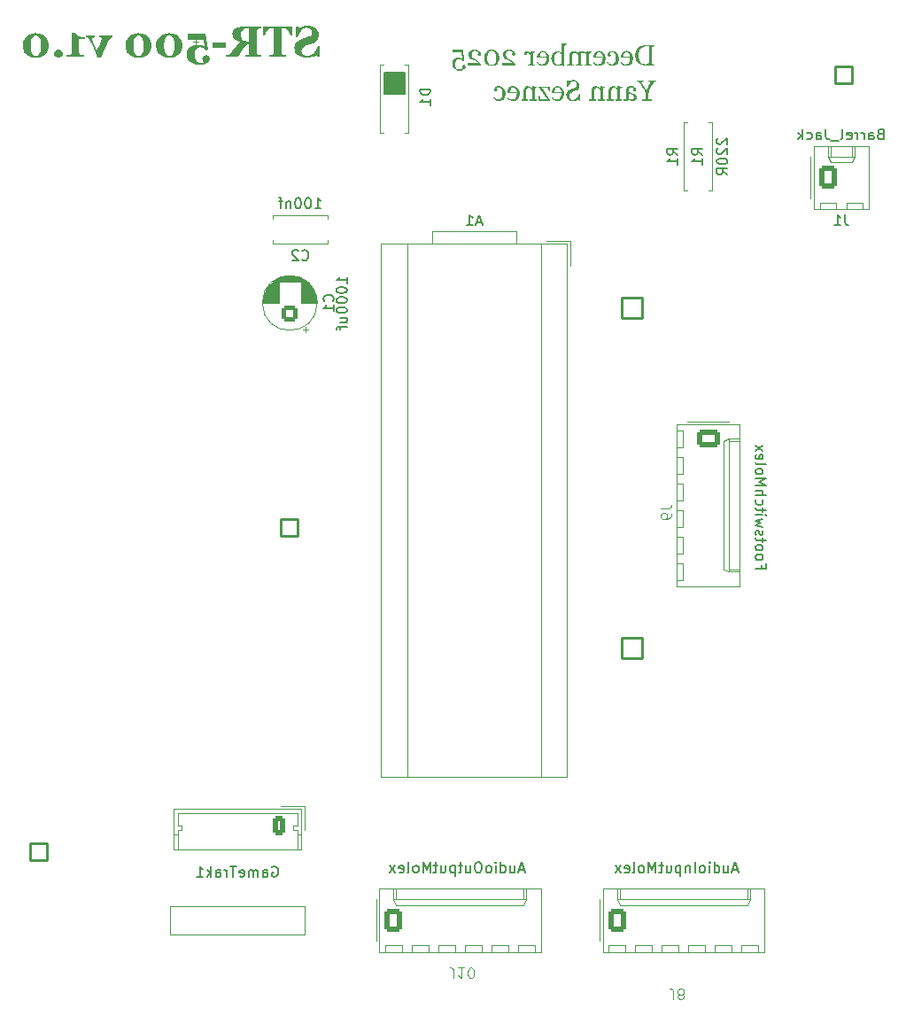
<source format=gbo>
%TF.GenerationSoftware,KiCad,Pcbnew,9.0.6*%
%TF.CreationDate,2025-12-09T15:58:13+01:00*%
%TF.ProjectId,STR500_v1,53545235-3030-45f7-9631-2e6b69636164,rev?*%
%TF.SameCoordinates,Original*%
%TF.FileFunction,Legend,Bot*%
%TF.FilePolarity,Positive*%
%FSLAX46Y46*%
G04 Gerber Fmt 4.6, Leading zero omitted, Abs format (unit mm)*
G04 Created by KiCad (PCBNEW 9.0.6) date 2025-12-09 15:58:13*
%MOMM*%
%LPD*%
G01*
G04 APERTURE LIST*
G04 Aperture macros list*
%AMRoundRect*
0 Rectangle with rounded corners*
0 $1 Rounding radius*
0 $2 $3 $4 $5 $6 $7 $8 $9 X,Y pos of 4 corners*
0 Add a 4 corners polygon primitive as box body*
4,1,4,$2,$3,$4,$5,$6,$7,$8,$9,$2,$3,0*
0 Add four circle primitives for the rounded corners*
1,1,$1+$1,$2,$3*
1,1,$1+$1,$4,$5*
1,1,$1+$1,$6,$7*
1,1,$1+$1,$8,$9*
0 Add four rect primitives between the rounded corners*
20,1,$1+$1,$2,$3,$4,$5,0*
20,1,$1+$1,$4,$5,$6,$7,0*
20,1,$1+$1,$6,$7,$8,$9,0*
20,1,$1+$1,$8,$9,$2,$3,0*%
G04 Aperture macros list end*
%ADD10C,0.200000*%
%ADD11C,0.150000*%
%ADD12C,0.100000*%
%ADD13C,0.120000*%
%ADD14C,1.600000*%
%ADD15O,1.740000X2.190000*%
%ADD16RoundRect,0.250000X-0.620000X-0.845000X0.620000X-0.845000X0.620000X0.845000X-0.620000X0.845000X0*%
%ADD17C,1.839000*%
%ADD18RoundRect,0.102000X0.817500X-0.817500X0.817500X0.817500X-0.817500X0.817500X-0.817500X-0.817500X0*%
%ADD19RoundRect,0.102000X-0.975000X-0.975000X0.975000X-0.975000X0.975000X0.975000X-0.975000X0.975000X0*%
%ADD20C,2.154000*%
%ADD21C,2.000000*%
%ADD22C,1.800000*%
%ADD23R,1.800000X1.800000*%
%ADD24R,1.700000X1.700000*%
%ADD25RoundRect,0.250000X0.350000X0.650000X-0.350000X0.650000X-0.350000X-0.650000X0.350000X-0.650000X0*%
%ADD26O,1.700000X1.700000*%
%ADD27O,1.200000X1.800000*%
%ADD28RoundRect,0.250000X0.550000X-0.550000X0.550000X0.550000X-0.550000X0.550000X-0.550000X-0.550000X0*%
%ADD29C,1.700000*%
%ADD30RoundRect,0.250000X-0.845000X0.620000X-0.845000X-0.620000X0.845000X-0.620000X0.845000X0.620000X0*%
%ADD31O,2.190000X1.740000*%
G04 APERTURE END LIST*
D10*
X118000000Y-47000000D02*
X120000000Y-47000000D01*
X120000000Y-49000000D01*
X118000000Y-49000000D01*
X118000000Y-47000000D01*
G36*
X118000000Y-47000000D02*
G01*
X120000000Y-47000000D01*
X120000000Y-49000000D01*
X118000000Y-49000000D01*
X118000000Y-47000000D01*
G37*
D11*
G36*
X143860659Y-44455478D02*
G01*
X143776029Y-44467812D01*
X143684438Y-44497976D01*
X143644642Y-44524665D01*
X143622278Y-44556960D01*
X143610609Y-44595604D01*
X143606524Y-44640614D01*
X143606524Y-46044399D01*
X143611395Y-46091336D01*
X143624965Y-46128785D01*
X143648584Y-46159019D01*
X143684438Y-46181542D01*
X143768457Y-46198761D01*
X143871528Y-46206210D01*
X143871528Y-46300000D01*
X143068213Y-46300000D01*
X142871418Y-46285587D01*
X142681577Y-46242602D01*
X142560159Y-46197507D01*
X142447987Y-46139771D01*
X142344155Y-46069190D01*
X142252007Y-45985482D01*
X142171529Y-45886760D01*
X142102355Y-45771458D01*
X142051975Y-45647099D01*
X142020466Y-45505166D01*
X142009420Y-45342445D01*
X142009460Y-45341835D01*
X142344155Y-45341835D01*
X142354513Y-45533954D01*
X142383112Y-45691591D01*
X142434173Y-45835275D01*
X142506699Y-45957815D01*
X142565458Y-46025098D01*
X142635191Y-46082014D01*
X142717114Y-46129030D01*
X142805655Y-46162403D01*
X142906089Y-46183274D01*
X143020464Y-46190579D01*
X143120222Y-46184133D01*
X143192250Y-46167257D01*
X143243091Y-46142707D01*
X143281492Y-46104927D01*
X143306207Y-46049600D01*
X143315509Y-45970150D01*
X143315509Y-44476605D01*
X143210973Y-44473185D01*
X143084577Y-44471109D01*
X142974012Y-44478529D01*
X142872717Y-44500147D01*
X142779274Y-44535467D01*
X142691954Y-44584075D01*
X142615085Y-44642797D01*
X142547732Y-44712055D01*
X142460627Y-44838613D01*
X142396057Y-44987927D01*
X142357664Y-45151878D01*
X142344155Y-45341835D01*
X142009460Y-45341835D01*
X142020967Y-45167031D01*
X142053900Y-45013830D01*
X142106507Y-44879483D01*
X142180125Y-44755571D01*
X142269083Y-44650037D01*
X142374197Y-44561113D01*
X142508350Y-44480238D01*
X142669364Y-44415666D01*
X142840461Y-44375129D01*
X143013625Y-44361688D01*
X143860659Y-44361688D01*
X143860659Y-44455478D01*
G37*
G36*
X141283001Y-44923459D02*
G01*
X141368845Y-44943415D01*
X141447784Y-44976081D01*
X141554301Y-45045382D01*
X141641102Y-45132763D01*
X141711744Y-45239823D01*
X141763346Y-45360397D01*
X141794612Y-45488346D01*
X141804989Y-45618318D01*
X141795093Y-45761977D01*
X141766032Y-45895900D01*
X141716426Y-46020113D01*
X141647819Y-46125732D01*
X141558737Y-46213290D01*
X141446441Y-46281681D01*
X141363023Y-46312823D01*
X141268674Y-46332277D01*
X141161531Y-46339078D01*
X141041583Y-46328045D01*
X140933590Y-46295882D01*
X140835101Y-46242725D01*
X140747393Y-46171815D01*
X140671959Y-46086131D01*
X140608199Y-45984071D01*
X140703820Y-45924842D01*
X140764079Y-46021640D01*
X140820624Y-46088874D01*
X140873935Y-46132815D01*
X140934980Y-46164365D01*
X141004259Y-46183806D01*
X141083618Y-46190579D01*
X141196913Y-46178549D01*
X141288660Y-46144783D01*
X141366637Y-46090452D01*
X141428000Y-46019609D01*
X141474675Y-45932431D01*
X141507868Y-45829466D01*
X141526534Y-45718007D01*
X141533147Y-45588764D01*
X140641050Y-45588764D01*
X140641050Y-45498272D01*
X140642825Y-45471528D01*
X140910205Y-45471528D01*
X141533147Y-45471528D01*
X141516487Y-45332055D01*
X141481286Y-45222992D01*
X141430076Y-45138136D01*
X141359940Y-45070505D01*
X141281544Y-45031443D01*
X141191573Y-45018213D01*
X141111272Y-45028761D01*
X141051011Y-45057903D01*
X141002321Y-45103162D01*
X140964794Y-45160607D01*
X140940954Y-45223869D01*
X140923272Y-45307274D01*
X140910205Y-45471528D01*
X140642825Y-45471528D01*
X140648968Y-45379001D01*
X140671824Y-45271981D01*
X140711057Y-45173554D01*
X140765369Y-45090875D01*
X140839820Y-45019276D01*
X140936217Y-44963258D01*
X141047949Y-44929025D01*
X141188886Y-44916608D01*
X141283001Y-44923459D01*
G37*
G36*
X139829919Y-46339078D02*
G01*
X139973196Y-46325984D01*
X140094636Y-46288772D01*
X140198475Y-46228775D01*
X140287630Y-46144905D01*
X140357427Y-46043999D01*
X140408856Y-45925794D01*
X140441347Y-45787045D01*
X140452861Y-45623691D01*
X140441567Y-45484864D01*
X140408531Y-45357711D01*
X140354025Y-45239596D01*
X140279326Y-45132763D01*
X140189348Y-45045648D01*
X140077215Y-44976081D01*
X139994351Y-44943242D01*
X139906351Y-44923367D01*
X139812090Y-44916608D01*
X139683069Y-44928042D01*
X139577125Y-44960064D01*
X139489689Y-45010886D01*
X139420590Y-45081396D01*
X139379617Y-45165585D01*
X139365369Y-45267951D01*
X139373778Y-45332654D01*
X139398220Y-45388119D01*
X139423938Y-45416472D01*
X139458871Y-45433922D01*
X139506175Y-45440265D01*
X139580105Y-45429309D01*
X139631228Y-45399598D01*
X139664999Y-45355369D01*
X139675558Y-45308618D01*
X139671552Y-45247360D01*
X139659193Y-45183077D01*
X139640020Y-45088799D01*
X139670386Y-45053786D01*
X139713049Y-45032501D01*
X139817585Y-45018213D01*
X139881615Y-45025230D01*
X139942637Y-45046301D01*
X139998539Y-45083851D01*
X140058042Y-45149860D01*
X140101941Y-45226168D01*
X140140108Y-45334996D01*
X140163027Y-45457456D01*
X140171493Y-45613311D01*
X140157740Y-45780006D01*
X140119332Y-45916829D01*
X140058775Y-46029501D01*
X139996118Y-46101723D01*
X139927050Y-46151078D01*
X139850183Y-46180499D01*
X139762997Y-46190579D01*
X139676718Y-46182910D01*
X139603546Y-46161133D01*
X139540980Y-46126099D01*
X139458041Y-46049325D01*
X139375017Y-45932658D01*
X139287578Y-45989933D01*
X139354834Y-46090804D01*
X139433852Y-46175343D01*
X139525348Y-46245045D01*
X139626853Y-46298154D01*
X139727815Y-46328941D01*
X139829919Y-46339078D01*
G37*
G36*
X138660810Y-44923459D02*
G01*
X138746654Y-44943415D01*
X138825593Y-44976081D01*
X138932110Y-45045382D01*
X139018911Y-45132763D01*
X139089553Y-45239823D01*
X139141154Y-45360397D01*
X139172421Y-45488346D01*
X139182798Y-45618318D01*
X139172902Y-45761977D01*
X139143841Y-45895900D01*
X139094234Y-46020113D01*
X139025628Y-46125732D01*
X138936546Y-46213290D01*
X138824249Y-46281681D01*
X138740831Y-46312823D01*
X138646482Y-46332277D01*
X138539340Y-46339078D01*
X138419392Y-46328045D01*
X138311399Y-46295882D01*
X138212909Y-46242725D01*
X138125201Y-46171815D01*
X138049768Y-46086131D01*
X137986008Y-45984071D01*
X138081629Y-45924842D01*
X138141888Y-46021640D01*
X138198433Y-46088874D01*
X138251744Y-46132815D01*
X138312789Y-46164365D01*
X138382068Y-46183806D01*
X138461427Y-46190579D01*
X138574722Y-46178549D01*
X138666468Y-46144783D01*
X138744446Y-46090452D01*
X138805809Y-46019609D01*
X138852484Y-45932431D01*
X138885676Y-45829466D01*
X138904343Y-45718007D01*
X138910956Y-45588764D01*
X138018859Y-45588764D01*
X138018859Y-45498272D01*
X138020634Y-45471528D01*
X138288014Y-45471528D01*
X138910956Y-45471528D01*
X138894296Y-45332055D01*
X138859095Y-45222992D01*
X138807885Y-45138136D01*
X138737748Y-45070505D01*
X138659353Y-45031443D01*
X138569382Y-45018213D01*
X138489081Y-45028761D01*
X138428820Y-45057903D01*
X138380130Y-45103162D01*
X138342602Y-45160607D01*
X138318763Y-45223869D01*
X138301081Y-45307274D01*
X138288014Y-45471528D01*
X138020634Y-45471528D01*
X138026777Y-45379001D01*
X138049633Y-45271981D01*
X138088866Y-45173554D01*
X138143178Y-45090875D01*
X138217628Y-45019276D01*
X138314026Y-44963258D01*
X138425757Y-44929025D01*
X138566695Y-44916608D01*
X138660810Y-44923459D01*
G37*
G36*
X135523185Y-46300000D02*
G01*
X136180321Y-46300000D01*
X136180321Y-46206210D01*
X136116817Y-46200837D01*
X136060031Y-46189846D01*
X136026327Y-46172731D01*
X136003367Y-46147103D01*
X135989915Y-46113496D01*
X135984926Y-46067602D01*
X135984926Y-45375662D01*
X135993098Y-45283550D01*
X136015393Y-45212383D01*
X136049895Y-45157554D01*
X136097372Y-45114422D01*
X136150583Y-45089288D01*
X136211706Y-45080739D01*
X136277161Y-45085927D01*
X136337491Y-45101133D01*
X136393916Y-45125640D01*
X136445324Y-45158164D01*
X136511636Y-45222766D01*
X136551936Y-45280530D01*
X136551936Y-46053925D01*
X136547504Y-46098899D01*
X136535572Y-46132205D01*
X136514064Y-46158532D01*
X136479518Y-46178977D01*
X136422854Y-46197418D01*
X136356542Y-46206210D01*
X136356542Y-46300000D01*
X137000000Y-46300000D01*
X137000000Y-46206210D01*
X136939305Y-46200837D01*
X136885205Y-46189846D01*
X136851502Y-46172731D01*
X136828541Y-46147103D01*
X136815090Y-46113496D01*
X136810101Y-46067602D01*
X136810101Y-45375662D01*
X136818273Y-45283550D01*
X136840568Y-45212383D01*
X136875069Y-45157554D01*
X136922546Y-45114422D01*
X136975758Y-45089288D01*
X137036880Y-45080739D01*
X137102288Y-45086111D01*
X137162543Y-45101866D01*
X137219002Y-45126863D01*
X137270498Y-45159630D01*
X137337543Y-45226919D01*
X137378454Y-45283217D01*
X137378454Y-46051238D01*
X137373402Y-46094921D01*
X137359403Y-46128785D01*
X137335915Y-46155920D01*
X137302006Y-46176290D01*
X137243265Y-46196685D01*
X137176343Y-46206210D01*
X137176343Y-46300000D01*
X137830669Y-46300000D01*
X137830669Y-46206210D01*
X137765823Y-46200837D01*
X137707693Y-46189968D01*
X137673982Y-46172972D01*
X137651029Y-46147470D01*
X137637579Y-46114101D01*
X137632588Y-46068457D01*
X137632588Y-45240718D01*
X137637639Y-45199278D01*
X137652372Y-45163049D01*
X137675821Y-45131436D01*
X137707693Y-45104309D01*
X137771929Y-45077930D01*
X137851186Y-45065108D01*
X137851186Y-44971318D01*
X137400436Y-44940055D01*
X137381263Y-44958862D01*
X137381263Y-45148761D01*
X137371737Y-45148761D01*
X137288328Y-45068161D01*
X137196859Y-44993056D01*
X137145022Y-44963958D01*
X137077302Y-44938468D01*
X137003616Y-44922213D01*
X136922208Y-44916608D01*
X136837121Y-44924772D01*
X136762694Y-44948325D01*
X136696772Y-44986950D01*
X136615073Y-45065543D01*
X136561461Y-45156943D01*
X136474755Y-45073046D01*
X136375715Y-44995865D01*
X136320414Y-44964317D01*
X136253471Y-44938468D01*
X136180628Y-44922285D01*
X136097034Y-44916608D01*
X135988139Y-44929772D01*
X135899542Y-44967083D01*
X135826535Y-45028349D01*
X135774344Y-45108892D01*
X135739746Y-45220011D01*
X135726762Y-45371388D01*
X135726762Y-46053681D01*
X135722330Y-46098655D01*
X135710397Y-46131960D01*
X135688882Y-46158413D01*
X135654344Y-46178977D01*
X135592184Y-46197418D01*
X135523185Y-46206210D01*
X135523185Y-46300000D01*
G37*
G36*
X135485083Y-44213189D02*
G01*
X135485083Y-44306978D01*
X135387386Y-44318579D01*
X135331482Y-44330796D01*
X135300558Y-44345080D01*
X135271695Y-44370882D01*
X135246702Y-44412002D01*
X135230641Y-44458830D01*
X135225453Y-44504570D01*
X135225453Y-45834717D01*
X135228262Y-46108757D01*
X135237787Y-46351290D01*
X135153035Y-46370341D01*
X135051919Y-46213660D01*
X134954642Y-46265026D01*
X134850418Y-46305006D01*
X134742122Y-46330595D01*
X134632554Y-46339078D01*
X134511172Y-46326462D01*
X134398216Y-46289015D01*
X134291220Y-46225661D01*
X134188520Y-46133182D01*
X134105241Y-46024751D01*
X134046002Y-45905399D01*
X134009785Y-45772939D01*
X133998039Y-45633461D01*
X134282798Y-45633461D01*
X134295831Y-45818579D01*
X134331278Y-45963369D01*
X134385258Y-46075907D01*
X134443138Y-46149259D01*
X134506310Y-46198585D01*
X134575935Y-46227603D01*
X134654413Y-46237473D01*
X134725940Y-46231062D01*
X134781420Y-46213538D01*
X134830707Y-46185838D01*
X134874354Y-46151133D01*
X134911552Y-46109721D01*
X134939200Y-46067602D01*
X134971318Y-45990910D01*
X134971318Y-45204815D01*
X134909854Y-45146752D01*
X134842236Y-45102843D01*
X134766299Y-45074937D01*
X134674930Y-45065108D01*
X134575408Y-45077938D01*
X134494556Y-45114445D01*
X134426786Y-45171031D01*
X134372923Y-45243161D01*
X134333392Y-45326092D01*
X134304658Y-45426709D01*
X134288183Y-45531846D01*
X134282798Y-45633461D01*
X133998039Y-45633461D01*
X133997278Y-45624424D01*
X134008688Y-45467683D01*
X134041140Y-45332419D01*
X134092979Y-45215111D01*
X134163974Y-45112979D01*
X134254209Y-45025677D01*
X134352103Y-44965240D01*
X134459480Y-44929003D01*
X134579187Y-44916608D01*
X134675570Y-44927528D01*
X134776657Y-44961671D01*
X134871790Y-45016931D01*
X134961793Y-45096737D01*
X134971318Y-45093928D01*
X134971318Y-44202442D01*
X134990491Y-44181926D01*
X135485083Y-44213189D01*
G37*
G36*
X133275744Y-44923459D02*
G01*
X133361587Y-44943415D01*
X133440526Y-44976081D01*
X133547044Y-45045382D01*
X133633845Y-45132763D01*
X133704487Y-45239823D01*
X133756088Y-45360397D01*
X133787355Y-45488346D01*
X133797732Y-45618318D01*
X133787836Y-45761977D01*
X133758775Y-45895900D01*
X133709168Y-46020113D01*
X133640561Y-46125732D01*
X133551480Y-46213290D01*
X133439183Y-46281681D01*
X133355765Y-46312823D01*
X133261416Y-46332277D01*
X133154274Y-46339078D01*
X133034325Y-46328045D01*
X132926333Y-46295882D01*
X132827843Y-46242725D01*
X132740135Y-46171815D01*
X132664702Y-46086131D01*
X132600942Y-45984071D01*
X132696563Y-45924842D01*
X132756822Y-46021640D01*
X132813366Y-46088874D01*
X132866678Y-46132815D01*
X132927723Y-46164365D01*
X132997002Y-46183806D01*
X133076360Y-46190579D01*
X133189656Y-46178549D01*
X133281402Y-46144783D01*
X133359380Y-46090452D01*
X133420743Y-46019609D01*
X133467418Y-45932431D01*
X133500610Y-45829466D01*
X133519276Y-45718007D01*
X133525889Y-45588764D01*
X132633792Y-45588764D01*
X132633792Y-45498272D01*
X132635567Y-45471528D01*
X132902948Y-45471528D01*
X133525889Y-45471528D01*
X133509230Y-45332055D01*
X133474029Y-45222992D01*
X133422819Y-45138136D01*
X133352682Y-45070505D01*
X133274286Y-45031443D01*
X133184316Y-45018213D01*
X133104015Y-45028761D01*
X133043754Y-45057903D01*
X132995063Y-45103162D01*
X132957536Y-45160607D01*
X132933697Y-45223869D01*
X132916015Y-45307274D01*
X132902948Y-45471528D01*
X132635567Y-45471528D01*
X132641710Y-45379001D01*
X132664567Y-45271981D01*
X132703800Y-45173554D01*
X132758112Y-45090875D01*
X132832562Y-45019276D01*
X132928960Y-44963258D01*
X133040691Y-44929025D01*
X133181629Y-44916608D01*
X133275744Y-44923459D01*
G37*
G36*
X131414166Y-45122383D02*
G01*
X131422897Y-45188617D01*
X131448360Y-45245725D01*
X131474880Y-45275408D01*
X131509081Y-45293238D01*
X131553506Y-45299581D01*
X131623278Y-45288736D01*
X131670376Y-45259403D01*
X131701014Y-45216107D01*
X131710676Y-45170498D01*
X131705914Y-45115055D01*
X131696999Y-45065108D01*
X131762190Y-45076890D01*
X131847330Y-45118475D01*
X131925648Y-45181763D01*
X131993387Y-45270027D01*
X131993387Y-46053314D01*
X131988406Y-46098262D01*
X131974947Y-46131228D01*
X131951909Y-46156888D01*
X131916939Y-46176168D01*
X131828768Y-46196685D01*
X131735223Y-46206210D01*
X131735223Y-46300000D01*
X132445603Y-46300000D01*
X132445603Y-46206210D01*
X132380757Y-46200837D01*
X132322627Y-46189968D01*
X132288916Y-46172972D01*
X132265963Y-46147470D01*
X132252512Y-46114101D01*
X132247522Y-46068457D01*
X132247522Y-45246092D01*
X132252407Y-45204921D01*
X132267428Y-45163660D01*
X132291310Y-45126989D01*
X132322749Y-45098813D01*
X132384176Y-45075244D01*
X132460746Y-45065108D01*
X132460746Y-44971318D01*
X132012561Y-44940055D01*
X131993387Y-44958618D01*
X131993387Y-45142655D01*
X131986549Y-45142655D01*
X131895215Y-45043317D01*
X131798115Y-44974127D01*
X131694692Y-44929813D01*
X131608094Y-44916608D01*
X131553159Y-44923117D01*
X131507195Y-44941749D01*
X131468143Y-44972540D01*
X131438819Y-45012740D01*
X131420636Y-45061853D01*
X131414166Y-45122383D01*
G37*
G36*
X129292550Y-46300000D02*
G01*
X130572627Y-46300000D01*
X130572627Y-46113886D01*
X130470167Y-46018265D01*
X130314462Y-45903349D01*
X130183304Y-45822138D01*
X130009769Y-45725785D01*
X129843806Y-45623935D01*
X129788897Y-45575361D01*
X129737927Y-45515247D01*
X129710278Y-45468754D01*
X129687369Y-45408513D01*
X129673733Y-45337681D01*
X129668196Y-45226186D01*
X129679805Y-45115346D01*
X129711132Y-45033609D01*
X129759787Y-44973761D01*
X129824884Y-44929810D01*
X129902121Y-44902712D01*
X129994748Y-44893161D01*
X130081408Y-44901915D01*
X130162787Y-44927965D01*
X130233388Y-44970457D01*
X130281612Y-45024197D01*
X130257798Y-45128000D01*
X130243387Y-45245359D01*
X130253807Y-45293587D01*
X130286496Y-45337561D01*
X130336853Y-45366706D01*
X130414113Y-45377739D01*
X130475578Y-45365585D01*
X130519382Y-45330844D01*
X130546363Y-45278215D01*
X130556263Y-45205059D01*
X130546393Y-45132812D01*
X130515352Y-45057658D01*
X130466561Y-44987745D01*
X130397749Y-44921004D01*
X130315967Y-44866806D01*
X130212002Y-44821842D01*
X130098177Y-44793479D01*
X129972889Y-44783740D01*
X129831847Y-44792655D01*
X129712951Y-44817667D01*
X129612682Y-44856877D01*
X129528122Y-44909403D01*
X129455444Y-44978237D01*
X129404816Y-45055747D01*
X129374131Y-45143703D01*
X129363503Y-45244993D01*
X129371110Y-45342334D01*
X129392934Y-45427686D01*
X129431073Y-45504838D01*
X129487822Y-45573133D01*
X129565562Y-45637562D01*
X129657327Y-45693300D01*
X129953715Y-45832519D01*
X130175122Y-45944504D01*
X130271891Y-46004319D01*
X130343161Y-46057711D01*
X129292550Y-46057711D01*
X129292550Y-46300000D01*
G37*
G36*
X128417598Y-44791016D02*
G01*
X128522239Y-44811953D01*
X128616120Y-44845655D01*
X128703833Y-44892748D01*
X128778519Y-44949010D01*
X128841556Y-45014672D01*
X128920935Y-45132581D01*
X128976133Y-45263555D01*
X129008034Y-45405206D01*
X129019120Y-45564584D01*
X129007758Y-45727268D01*
X128974790Y-45874651D01*
X128918317Y-46010261D01*
X128840090Y-46125610D01*
X128778122Y-46188471D01*
X128703981Y-46242490D01*
X128616120Y-46287787D01*
X128522393Y-46319961D01*
X128418202Y-46339951D01*
X128301901Y-46346894D01*
X128145637Y-46333758D01*
X128009420Y-46296092D01*
X127886943Y-46232666D01*
X127782641Y-46144783D01*
X127701123Y-46037005D01*
X127636584Y-45899441D01*
X127597146Y-45745423D01*
X127583217Y-45564584D01*
X127885101Y-45564584D01*
X127898689Y-45769650D01*
X127935953Y-45933633D01*
X127993056Y-46064183D01*
X128055108Y-46149271D01*
X128125929Y-46206916D01*
X128207043Y-46241256D01*
X128301779Y-46253105D01*
X128396573Y-46241243D01*
X128477588Y-46206888D01*
X128548183Y-46149247D01*
X128609891Y-46064183D01*
X128666590Y-45933685D01*
X128703610Y-45769701D01*
X128717114Y-45564584D01*
X128708788Y-45397164D01*
X128685823Y-45259921D01*
X128650709Y-45148097D01*
X128605129Y-45057536D01*
X128541646Y-44976446D01*
X128470697Y-44921440D01*
X128390828Y-44888750D01*
X128299092Y-44877529D01*
X128208779Y-44888697D01*
X128129919Y-44921292D01*
X128059619Y-44976273D01*
X127996475Y-45057536D01*
X127951159Y-45148058D01*
X127916233Y-45259869D01*
X127893386Y-45397124D01*
X127885101Y-45564584D01*
X127583217Y-45564584D01*
X127594108Y-45411724D01*
X127626325Y-45266974D01*
X127681056Y-45132603D01*
X127756751Y-45018824D01*
X127820465Y-44951926D01*
X127894362Y-44894765D01*
X127979501Y-44846999D01*
X128070837Y-44812927D01*
X128176943Y-44791365D01*
X128300436Y-44783740D01*
X128417598Y-44791016D01*
G37*
G36*
X126011880Y-46300000D02*
G01*
X127291957Y-46300000D01*
X127291957Y-46113886D01*
X127189497Y-46018265D01*
X127033792Y-45903349D01*
X126902634Y-45822138D01*
X126729099Y-45725785D01*
X126563136Y-45623935D01*
X126508227Y-45575361D01*
X126457257Y-45515247D01*
X126429608Y-45468754D01*
X126406699Y-45408513D01*
X126393063Y-45337681D01*
X126387526Y-45226186D01*
X126399135Y-45115346D01*
X126430462Y-45033609D01*
X126479117Y-44973761D01*
X126544215Y-44929810D01*
X126621451Y-44902712D01*
X126714078Y-44893161D01*
X126800738Y-44901915D01*
X126882117Y-44927965D01*
X126952718Y-44970457D01*
X127000942Y-45024197D01*
X126977128Y-45128000D01*
X126962718Y-45245359D01*
X126973137Y-45293587D01*
X127005826Y-45337561D01*
X127056183Y-45366706D01*
X127133443Y-45377739D01*
X127194908Y-45365585D01*
X127238712Y-45330844D01*
X127265693Y-45278215D01*
X127275593Y-45205059D01*
X127265723Y-45132812D01*
X127234682Y-45057658D01*
X127185891Y-44987745D01*
X127117079Y-44921004D01*
X127035297Y-44866806D01*
X126931332Y-44821842D01*
X126817507Y-44793479D01*
X126692219Y-44783740D01*
X126551177Y-44792655D01*
X126432281Y-44817667D01*
X126332012Y-44856877D01*
X126247452Y-44909403D01*
X126174774Y-44978237D01*
X126124146Y-45055747D01*
X126093461Y-45143703D01*
X126082833Y-45244993D01*
X126090440Y-45342334D01*
X126112264Y-45427686D01*
X126150403Y-45504838D01*
X126207152Y-45573133D01*
X126284892Y-45637562D01*
X126376657Y-45693300D01*
X126673046Y-45832519D01*
X126894452Y-45944504D01*
X126991221Y-46004319D01*
X127062491Y-46057711D01*
X126011880Y-46057711D01*
X126011880Y-46300000D01*
G37*
G36*
X124727407Y-45658984D02*
G01*
X124645797Y-45739322D01*
X124577808Y-45842411D01*
X124545997Y-45919393D01*
X124525630Y-46011821D01*
X124518335Y-46122801D01*
X124531441Y-46266437D01*
X124569326Y-46393256D01*
X124631413Y-46506542D01*
X124719225Y-46608600D01*
X124825067Y-46691609D01*
X124943508Y-46750978D01*
X125076998Y-46787513D01*
X125228838Y-46800209D01*
X125384808Y-46786836D01*
X125518239Y-46748769D01*
X125633304Y-46687491D01*
X125710153Y-46624344D01*
X125760447Y-46560481D01*
X125789085Y-46494869D01*
X125798534Y-46425540D01*
X125789775Y-46359845D01*
X125764462Y-46304640D01*
X125722037Y-46266479D01*
X125659193Y-46253105D01*
X125584548Y-46264713D01*
X125534263Y-46296092D01*
X125501420Y-46342002D01*
X125491154Y-46389515D01*
X125506175Y-46498569D01*
X125529378Y-46595289D01*
X125493963Y-46621301D01*
X125435101Y-46652564D01*
X125348394Y-46679187D01*
X125228838Y-46690788D01*
X125143570Y-46681859D01*
X125063485Y-46655251D01*
X124991925Y-46611344D01*
X124932327Y-46550104D01*
X124881240Y-46468837D01*
X124844277Y-46375837D01*
X124822982Y-46271425D01*
X124814846Y-46127930D01*
X124827489Y-46003474D01*
X124863502Y-45898501D01*
X124922069Y-45808949D01*
X125000872Y-45738856D01*
X125093432Y-45697064D01*
X125204169Y-45682554D01*
X125310637Y-45692621D01*
X125408478Y-45722243D01*
X125496856Y-45773941D01*
X125578471Y-45854501D01*
X125670062Y-45819085D01*
X125553925Y-44830635D01*
X124575732Y-44830635D01*
X124575732Y-45072923D01*
X125443283Y-45072923D01*
X125514357Y-45653733D01*
X125447149Y-45613027D01*
X125352547Y-45568492D01*
X125248425Y-45537058D01*
X125131751Y-45526238D01*
X125031648Y-45533719D01*
X124924877Y-45557013D01*
X124822174Y-45597719D01*
X124727407Y-45658984D01*
G37*
G36*
X142204815Y-47815478D02*
G01*
X142278576Y-47834040D01*
X142350994Y-47867623D01*
X142423412Y-47918304D01*
X142497173Y-48011482D01*
X142600019Y-48163894D01*
X142693911Y-48317274D01*
X142919347Y-48710750D01*
X142963850Y-48795199D01*
X142986270Y-48851922D01*
X142997882Y-48911436D01*
X143002634Y-49006772D01*
X143002634Y-49378387D01*
X142997469Y-49425427D01*
X142982850Y-49464117D01*
X142957093Y-49495903D01*
X142915195Y-49522369D01*
X142812735Y-49549113D01*
X142693911Y-49566210D01*
X142693911Y-49660000D01*
X143601029Y-49660000D01*
X143601029Y-49566210D01*
X143486357Y-49555952D01*
X143379745Y-49536046D01*
X143336986Y-49510703D01*
X143312090Y-49479870D01*
X143298573Y-49441554D01*
X143293649Y-49392065D01*
X143293649Y-48919089D01*
X143320272Y-48838855D01*
X143383775Y-48709284D01*
X143565491Y-48365268D01*
X143739026Y-48048485D01*
X143819016Y-47930638D01*
X143898883Y-47860662D01*
X143977407Y-47829155D01*
X144060083Y-47815478D01*
X144060083Y-47721688D01*
X143233565Y-47721688D01*
X143233565Y-47815478D01*
X143362637Y-47822769D01*
X143430303Y-47834773D01*
X143476001Y-47857102D01*
X143487578Y-47881545D01*
X143479396Y-47910366D01*
X143456193Y-47962512D01*
X143413939Y-48043967D01*
X143367411Y-48132260D01*
X143236252Y-48375404D01*
X143061374Y-48690966D01*
X142734211Y-48150334D01*
X142638933Y-47972299D01*
X142621493Y-47918060D01*
X142627358Y-47889588D01*
X142644696Y-47867501D01*
X142706123Y-47837337D01*
X142792341Y-47823049D01*
X142878314Y-47815478D01*
X142878314Y-47721688D01*
X142204815Y-47721688D01*
X142204815Y-47815478D01*
G37*
G36*
X141707592Y-48283086D02*
G01*
X141794975Y-48303108D01*
X141878178Y-48333498D01*
X141943841Y-48367711D01*
X142009329Y-48416559D01*
X142059368Y-48469682D01*
X142093018Y-48529182D01*
X142103698Y-48589239D01*
X142095604Y-48646393D01*
X142071580Y-48697316D01*
X142031536Y-48732953D01*
X141971196Y-48745554D01*
X141900879Y-48735068D01*
X141851639Y-48706475D01*
X141818722Y-48664067D01*
X141808531Y-48620013D01*
X141821598Y-48522805D01*
X141834542Y-48443060D01*
X141807637Y-48422378D01*
X141758705Y-48399218D01*
X141703102Y-48383568D01*
X141641957Y-48378213D01*
X141557252Y-48388526D01*
X141500540Y-48415582D01*
X141455833Y-48456528D01*
X141423237Y-48503021D01*
X141402952Y-48549223D01*
X141391242Y-48598032D01*
X141383670Y-48665931D01*
X141383670Y-48800265D01*
X141465267Y-48837043D01*
X141637194Y-48899061D01*
X141886444Y-48985523D01*
X141991713Y-49036936D01*
X142043275Y-49072276D01*
X142081838Y-49110331D01*
X142120121Y-49162921D01*
X142147418Y-49221584D01*
X142163563Y-49285828D01*
X142169277Y-49361535D01*
X142157866Y-49457977D01*
X142125289Y-49538149D01*
X142071580Y-49605778D01*
X142001561Y-49657012D01*
X141919575Y-49688181D01*
X141822208Y-49699078D01*
X141685644Y-49685218D01*
X141576988Y-49646688D01*
X141480124Y-49584082D01*
X141386357Y-49495868D01*
X141378175Y-49495868D01*
X141348043Y-49581801D01*
X141296964Y-49641437D01*
X141225645Y-49677901D01*
X141126849Y-49691263D01*
X141067153Y-49687665D01*
X141016817Y-49677585D01*
X140904099Y-49641803D01*
X140904099Y-49558394D01*
X140994958Y-49557051D01*
X141036069Y-49552280D01*
X141059926Y-49543251D01*
X141093865Y-49518229D01*
X141116591Y-49489640D01*
X141129949Y-49454630D01*
X141135031Y-49404399D01*
X141131001Y-49072229D01*
X141129158Y-48917501D01*
X141380983Y-48917501D01*
X141389166Y-49391332D01*
X141445015Y-49451079D01*
X141513485Y-49503196D01*
X141591975Y-49538433D01*
X141684211Y-49550579D01*
X141769083Y-49536737D01*
X141835275Y-49497090D01*
X141866751Y-49457376D01*
X141887082Y-49403115D01*
X141894626Y-49329539D01*
X141884340Y-49246130D01*
X141855059Y-49177742D01*
X141808853Y-49118821D01*
X141747103Y-49067222D01*
X141669290Y-49022075D01*
X141584560Y-48984790D01*
X141380983Y-48917501D01*
X141129158Y-48917501D01*
X141126849Y-48723572D01*
X141136833Y-48593097D01*
X141163119Y-48498747D01*
X141208233Y-48419745D01*
X141268876Y-48360505D01*
X141342552Y-48317350D01*
X141423970Y-48292484D01*
X141513002Y-48280876D01*
X141624127Y-48276608D01*
X141707592Y-48283086D01*
G37*
G36*
X139281594Y-49660000D02*
G01*
X139941538Y-49660000D01*
X139941538Y-49566210D01*
X139872662Y-49560837D01*
X139810380Y-49549846D01*
X139776676Y-49532731D01*
X139753715Y-49507103D01*
X139740264Y-49473496D01*
X139735275Y-49427602D01*
X139735275Y-48738471D01*
X139743756Y-48645570D01*
X139766934Y-48573730D01*
X139802930Y-48518286D01*
X139852108Y-48474625D01*
X139906292Y-48449302D01*
X139967550Y-48440739D01*
X140037784Y-48446521D01*
X140100052Y-48463210D01*
X140157527Y-48488542D01*
X140206542Y-48518164D01*
X140247915Y-48551486D01*
X140278227Y-48585453D01*
X140317184Y-48643217D01*
X140317184Y-49413925D01*
X140312090Y-49457413D01*
X140298133Y-49490129D01*
X140274759Y-49516174D01*
X140240736Y-49536290D01*
X140178576Y-49556685D01*
X140109577Y-49566210D01*
X140109577Y-49660000D01*
X140769399Y-49660000D01*
X140769399Y-49566210D01*
X140704553Y-49560837D01*
X140646423Y-49549968D01*
X140612712Y-49532972D01*
X140589759Y-49507470D01*
X140576309Y-49474101D01*
X140571318Y-49428457D01*
X140571318Y-48606092D01*
X140576366Y-48561734D01*
X140591224Y-48521706D01*
X140614971Y-48486659D01*
X140646545Y-48458813D01*
X140707972Y-48435244D01*
X140784542Y-48425108D01*
X140784542Y-48331318D01*
X140336357Y-48300055D01*
X140317184Y-48318862D01*
X140317184Y-48506074D01*
X140310345Y-48506074D01*
X140228401Y-48427550D01*
X140135467Y-48353056D01*
X140081620Y-48323717D01*
X140015300Y-48298468D01*
X139942925Y-48282324D01*
X139858129Y-48276608D01*
X139762295Y-48285092D01*
X139684702Y-48308710D01*
X139621675Y-48345967D01*
X139570655Y-48397142D01*
X139520402Y-48482204D01*
X139488479Y-48587390D01*
X139476988Y-48717833D01*
X139476988Y-49416367D01*
X139472513Y-49461267D01*
X139460624Y-49493426D01*
X139439245Y-49518686D01*
X139404570Y-49538977D01*
X139347906Y-49558028D01*
X139281594Y-49566210D01*
X139281594Y-49660000D01*
G37*
G36*
X137628558Y-49660000D02*
G01*
X138288503Y-49660000D01*
X138288503Y-49566210D01*
X138219626Y-49560837D01*
X138157344Y-49549846D01*
X138123640Y-49532731D01*
X138100680Y-49507103D01*
X138087229Y-49473496D01*
X138082240Y-49427602D01*
X138082240Y-48738471D01*
X138090721Y-48645570D01*
X138113899Y-48573730D01*
X138149895Y-48518286D01*
X138199073Y-48474625D01*
X138253256Y-48449302D01*
X138314515Y-48440739D01*
X138384749Y-48446521D01*
X138447016Y-48463210D01*
X138504491Y-48488542D01*
X138553506Y-48518164D01*
X138594879Y-48551486D01*
X138625191Y-48585453D01*
X138664148Y-48643217D01*
X138664148Y-49413925D01*
X138659055Y-49457413D01*
X138645097Y-49490129D01*
X138621724Y-49516174D01*
X138587700Y-49536290D01*
X138525540Y-49556685D01*
X138456542Y-49566210D01*
X138456542Y-49660000D01*
X139116364Y-49660000D01*
X139116364Y-49566210D01*
X139051517Y-49560837D01*
X138993387Y-49549968D01*
X138959676Y-49532972D01*
X138936723Y-49507470D01*
X138923273Y-49474101D01*
X138918283Y-49428457D01*
X138918283Y-48606092D01*
X138923331Y-48561734D01*
X138938189Y-48521706D01*
X138961935Y-48486659D01*
X138993510Y-48458813D01*
X139054937Y-48435244D01*
X139131507Y-48425108D01*
X139131507Y-48331318D01*
X138683321Y-48300055D01*
X138664148Y-48318862D01*
X138664148Y-48506074D01*
X138657309Y-48506074D01*
X138575366Y-48427550D01*
X138482431Y-48353056D01*
X138428584Y-48323717D01*
X138362264Y-48298468D01*
X138289889Y-48282324D01*
X138205094Y-48276608D01*
X138109259Y-48285092D01*
X138031666Y-48308710D01*
X137968639Y-48345967D01*
X137917620Y-48397142D01*
X137867366Y-48482204D01*
X137835444Y-48587390D01*
X137823953Y-48717833D01*
X137823953Y-49416367D01*
X137819477Y-49461267D01*
X137807588Y-49493426D01*
X137786209Y-49518686D01*
X137751535Y-49538977D01*
X137694870Y-49558028D01*
X137628558Y-49566210D01*
X137628558Y-49660000D01*
G37*
G36*
X135547365Y-48773276D02*
G01*
X135493640Y-48845718D01*
X135456629Y-48923607D01*
X135434979Y-49009298D01*
X135427198Y-49113750D01*
X135439428Y-49238948D01*
X135474911Y-49349797D01*
X135533473Y-49449301D01*
X135617096Y-49539466D01*
X135716490Y-49611958D01*
X135826702Y-49663895D01*
X135949799Y-49695827D01*
X136088485Y-49706894D01*
X136217314Y-49695874D01*
X136347993Y-49662198D01*
X136472118Y-49612958D01*
X136572086Y-49560226D01*
X136630826Y-49660000D01*
X136740125Y-49660000D01*
X136759176Y-48995659D01*
X136648534Y-48995659D01*
X136610645Y-49115530D01*
X136568667Y-49218775D01*
X136515842Y-49314532D01*
X136447644Y-49404766D01*
X136370569Y-49477604D01*
X136281681Y-49533848D01*
X136181294Y-49569340D01*
X136061008Y-49581842D01*
X135970242Y-49575265D01*
X135896388Y-49557051D01*
X135831496Y-49526386D01*
X135782327Y-49486953D01*
X135744359Y-49437756D01*
X135717480Y-49380341D01*
X135701826Y-49316276D01*
X135696231Y-49239291D01*
X135703490Y-49163202D01*
X135725147Y-49090919D01*
X135761810Y-49021182D01*
X135811417Y-48960424D01*
X135875739Y-48909381D01*
X135957205Y-48867798D01*
X136160781Y-48790006D01*
X136358862Y-48709406D01*
X136463088Y-48653211D01*
X136547160Y-48588766D01*
X136613729Y-48516088D01*
X136662634Y-48431878D01*
X136693530Y-48329271D01*
X136704588Y-48203702D01*
X136693196Y-48096241D01*
X136659525Y-47997438D01*
X136605342Y-47907445D01*
X136531053Y-47826468D01*
X136445525Y-47763626D01*
X136343841Y-47715094D01*
X136233767Y-47684916D01*
X136118405Y-47674794D01*
X135989172Y-47685876D01*
X135878681Y-47717414D01*
X135776189Y-47763581D01*
X135685362Y-47814623D01*
X135629309Y-47721688D01*
X135520010Y-47721688D01*
X135509141Y-48362581D01*
X135619783Y-48362581D01*
X135687438Y-48152899D01*
X135730946Y-48056897D01*
X135785136Y-47971671D01*
X135850497Y-47901012D01*
X135928628Y-47846496D01*
X136019668Y-47812236D01*
X136136235Y-47799846D01*
X136219569Y-47809320D01*
X136292560Y-47836875D01*
X136357641Y-47882889D01*
X136408944Y-47943085D01*
X136438926Y-48009822D01*
X136449110Y-48085610D01*
X136442050Y-48167317D01*
X136422141Y-48235672D01*
X136390369Y-48293217D01*
X136320484Y-48366476D01*
X136219521Y-48428649D01*
X136023517Y-48511814D01*
X135837037Y-48586552D01*
X135679256Y-48667519D01*
X135607812Y-48717055D01*
X135547365Y-48773276D01*
G37*
G36*
X134698214Y-48283459D02*
G01*
X134784058Y-48303415D01*
X134862997Y-48336081D01*
X134969514Y-48405382D01*
X135056315Y-48492763D01*
X135126957Y-48599823D01*
X135178558Y-48720397D01*
X135209825Y-48848346D01*
X135220202Y-48978318D01*
X135210306Y-49121977D01*
X135181245Y-49255900D01*
X135131638Y-49380113D01*
X135063032Y-49485732D01*
X134973950Y-49573290D01*
X134861653Y-49641681D01*
X134778236Y-49672823D01*
X134683886Y-49692277D01*
X134576744Y-49699078D01*
X134456796Y-49688045D01*
X134348803Y-49655882D01*
X134250314Y-49602725D01*
X134162605Y-49531815D01*
X134087172Y-49446131D01*
X134023412Y-49344071D01*
X134119033Y-49284842D01*
X134179292Y-49381640D01*
X134235837Y-49448874D01*
X134289148Y-49492815D01*
X134350193Y-49524365D01*
X134419472Y-49543806D01*
X134498831Y-49550579D01*
X134612126Y-49538549D01*
X134703872Y-49504783D01*
X134781850Y-49450452D01*
X134843213Y-49379609D01*
X134889888Y-49292431D01*
X134923080Y-49189466D01*
X134941747Y-49078007D01*
X134948360Y-48948764D01*
X134056263Y-48948764D01*
X134056263Y-48858272D01*
X134058038Y-48831528D01*
X134325418Y-48831528D01*
X134948360Y-48831528D01*
X134931700Y-48692055D01*
X134896499Y-48582992D01*
X134845289Y-48498136D01*
X134775152Y-48430505D01*
X134696757Y-48391443D01*
X134606786Y-48378213D01*
X134526485Y-48388761D01*
X134466224Y-48417903D01*
X134417534Y-48463162D01*
X134380006Y-48520607D01*
X134356167Y-48583869D01*
X134338485Y-48667274D01*
X134325418Y-48831528D01*
X134058038Y-48831528D01*
X134064181Y-48739001D01*
X134087037Y-48631981D01*
X134126270Y-48533554D01*
X134180582Y-48450875D01*
X134255032Y-48379276D01*
X134351430Y-48323258D01*
X134463161Y-48289025D01*
X134604099Y-48276608D01*
X134698214Y-48283459D01*
G37*
G36*
X132801099Y-49660000D02*
G01*
X133891399Y-49660000D01*
X133891399Y-49593565D01*
X133128995Y-48417292D01*
X133317550Y-48417292D01*
X133503419Y-48421566D01*
X133568325Y-48430832D01*
X133626273Y-48449654D01*
X133660069Y-48475694D01*
X133698080Y-48538436D01*
X133727753Y-48617786D01*
X133756088Y-48729923D01*
X133839497Y-48729923D01*
X133839497Y-48315687D01*
X132809281Y-48315687D01*
X132809281Y-48367100D01*
X133583897Y-49558394D01*
X133475942Y-49560471D01*
X133348935Y-49561081D01*
X133234874Y-49559738D01*
X133082466Y-49552777D01*
X133033460Y-49541408D01*
X132999912Y-49514919D01*
X132975225Y-49477555D01*
X132956803Y-49434808D01*
X132920655Y-49322334D01*
X132883042Y-49183237D01*
X132801099Y-49183237D01*
X132801099Y-49660000D01*
G37*
G36*
X131137561Y-49660000D02*
G01*
X131797505Y-49660000D01*
X131797505Y-49566210D01*
X131728628Y-49560837D01*
X131666346Y-49549846D01*
X131632643Y-49532731D01*
X131609682Y-49507103D01*
X131596231Y-49473496D01*
X131591242Y-49427602D01*
X131591242Y-48738471D01*
X131599723Y-48645570D01*
X131622901Y-48573730D01*
X131658897Y-48518286D01*
X131708075Y-48474625D01*
X131762258Y-48449302D01*
X131823517Y-48440739D01*
X131893751Y-48446521D01*
X131956018Y-48463210D01*
X132013494Y-48488542D01*
X132062508Y-48518164D01*
X132103881Y-48551486D01*
X132134193Y-48585453D01*
X132173150Y-48643217D01*
X132173150Y-49413925D01*
X132168057Y-49457413D01*
X132154099Y-49490129D01*
X132130726Y-49516174D01*
X132096702Y-49536290D01*
X132034542Y-49556685D01*
X131965544Y-49566210D01*
X131965544Y-49660000D01*
X132625366Y-49660000D01*
X132625366Y-49566210D01*
X132560519Y-49560837D01*
X132502390Y-49549968D01*
X132468678Y-49532972D01*
X132445725Y-49507470D01*
X132432275Y-49474101D01*
X132427285Y-49428457D01*
X132427285Y-48606092D01*
X132432333Y-48561734D01*
X132447191Y-48521706D01*
X132470937Y-48486659D01*
X132502512Y-48458813D01*
X132563939Y-48435244D01*
X132640509Y-48425108D01*
X132640509Y-48331318D01*
X132192323Y-48300055D01*
X132173150Y-48318862D01*
X132173150Y-48506074D01*
X132166311Y-48506074D01*
X132084368Y-48427550D01*
X131991434Y-48353056D01*
X131937586Y-48323717D01*
X131871266Y-48298468D01*
X131798891Y-48282324D01*
X131714096Y-48276608D01*
X131618261Y-48285092D01*
X131540668Y-48308710D01*
X131477641Y-48345967D01*
X131426622Y-48397142D01*
X131376368Y-48482204D01*
X131344446Y-48587390D01*
X131332955Y-48717833D01*
X131332955Y-49416367D01*
X131328479Y-49461267D01*
X131316591Y-49493426D01*
X131295211Y-49518686D01*
X131260537Y-49538977D01*
X131203872Y-49558028D01*
X131137561Y-49566210D01*
X131137561Y-49660000D01*
G37*
G36*
X130450342Y-48283459D02*
G01*
X130536186Y-48303415D01*
X130615125Y-48336081D01*
X130721642Y-48405382D01*
X130808443Y-48492763D01*
X130879086Y-48599823D01*
X130930687Y-48720397D01*
X130961953Y-48848346D01*
X130972330Y-48978318D01*
X130962434Y-49121977D01*
X130933374Y-49255900D01*
X130883767Y-49380113D01*
X130815160Y-49485732D01*
X130726079Y-49573290D01*
X130613782Y-49641681D01*
X130530364Y-49672823D01*
X130436015Y-49692277D01*
X130328872Y-49699078D01*
X130208924Y-49688045D01*
X130100931Y-49655882D01*
X130002442Y-49602725D01*
X129914734Y-49531815D01*
X129839300Y-49446131D01*
X129775540Y-49344071D01*
X129871161Y-49284842D01*
X129931420Y-49381640D01*
X129987965Y-49448874D01*
X130041277Y-49492815D01*
X130102321Y-49524365D01*
X130171601Y-49543806D01*
X130250959Y-49550579D01*
X130364255Y-49538549D01*
X130456001Y-49504783D01*
X130533978Y-49450452D01*
X130595341Y-49379609D01*
X130642016Y-49292431D01*
X130675209Y-49189466D01*
X130693875Y-49078007D01*
X130700488Y-48948764D01*
X129808391Y-48948764D01*
X129808391Y-48858272D01*
X129810166Y-48831528D01*
X130077547Y-48831528D01*
X130700488Y-48831528D01*
X130683829Y-48692055D01*
X130648628Y-48582992D01*
X130597418Y-48498136D01*
X130527281Y-48430505D01*
X130448885Y-48391443D01*
X130358914Y-48378213D01*
X130278614Y-48388761D01*
X130218353Y-48417903D01*
X130169662Y-48463162D01*
X130132135Y-48520607D01*
X130108296Y-48583869D01*
X130090614Y-48667274D01*
X130077547Y-48831528D01*
X129810166Y-48831528D01*
X129816309Y-48739001D01*
X129839166Y-48631981D01*
X129878399Y-48533554D01*
X129932711Y-48450875D01*
X130007161Y-48379276D01*
X130103558Y-48323258D01*
X130215290Y-48289025D01*
X130356228Y-48276608D01*
X130450342Y-48283459D01*
G37*
G36*
X128997260Y-49699078D02*
G01*
X129140537Y-49685984D01*
X129261977Y-49648772D01*
X129365816Y-49588775D01*
X129454972Y-49504905D01*
X129524768Y-49403999D01*
X129576197Y-49285794D01*
X129608688Y-49147045D01*
X129620202Y-48983691D01*
X129608909Y-48844864D01*
X129575872Y-48717711D01*
X129521366Y-48599596D01*
X129446667Y-48492763D01*
X129356690Y-48405648D01*
X129244556Y-48336081D01*
X129161692Y-48303242D01*
X129073693Y-48283367D01*
X128979431Y-48276608D01*
X128850410Y-48288042D01*
X128744466Y-48320064D01*
X128657030Y-48370886D01*
X128587931Y-48441396D01*
X128546958Y-48525585D01*
X128532711Y-48627951D01*
X128541119Y-48692654D01*
X128565561Y-48748119D01*
X128591279Y-48776472D01*
X128626212Y-48793922D01*
X128673517Y-48800265D01*
X128747447Y-48789309D01*
X128798569Y-48759598D01*
X128832341Y-48715369D01*
X128842899Y-48668618D01*
X128838893Y-48607360D01*
X128826535Y-48543077D01*
X128807362Y-48448799D01*
X128837727Y-48413786D01*
X128880390Y-48392501D01*
X128984926Y-48378213D01*
X129048957Y-48385230D01*
X129109979Y-48406301D01*
X129165880Y-48443851D01*
X129225383Y-48509860D01*
X129269282Y-48586168D01*
X129307449Y-48694996D01*
X129330368Y-48817456D01*
X129338834Y-48973311D01*
X129325081Y-49140006D01*
X129286673Y-49276829D01*
X129226116Y-49389501D01*
X129163459Y-49461723D01*
X129094392Y-49511078D01*
X129017524Y-49540499D01*
X128930338Y-49550579D01*
X128844059Y-49542910D01*
X128770887Y-49521133D01*
X128708321Y-49486099D01*
X128625383Y-49409325D01*
X128542358Y-49292658D01*
X128454919Y-49349933D01*
X128522175Y-49450804D01*
X128601193Y-49535343D01*
X128692690Y-49605045D01*
X128794195Y-49658154D01*
X128895156Y-49688941D01*
X128997260Y-49699078D01*
G37*
D10*
G36*
X110639323Y-45572065D02*
G01*
X110899870Y-45554691D01*
X111136296Y-45504288D01*
X111356012Y-45428255D01*
X111526657Y-45346568D01*
X111668073Y-45490000D01*
X111842280Y-45490000D01*
X111868841Y-44434870D01*
X111692620Y-44434870D01*
X111626719Y-44585749D01*
X111541128Y-44751775D01*
X111440836Y-44910877D01*
X111327904Y-45050179D01*
X111194572Y-45175925D01*
X111048185Y-45274577D01*
X110941870Y-45321709D01*
X110822155Y-45350883D01*
X110686400Y-45361039D01*
X110505475Y-45343784D01*
X110366155Y-45296616D01*
X110259036Y-45223103D01*
X110176463Y-45123122D01*
X110127383Y-45008848D01*
X110110476Y-44875607D01*
X110124653Y-44766385D01*
X110166129Y-44671187D01*
X110236505Y-44586362D01*
X110326534Y-44517716D01*
X110453556Y-44450141D01*
X110626866Y-44384678D01*
X110943588Y-44281913D01*
X111215064Y-44185010D01*
X111399670Y-44092682D01*
X111542748Y-43981898D01*
X111650671Y-43852534D01*
X111729610Y-43703103D01*
X111776926Y-43543075D01*
X111793004Y-43369300D01*
X111774681Y-43203721D01*
X111719364Y-43043968D01*
X111629787Y-42897313D01*
X111504125Y-42763517D01*
X111354801Y-42660782D01*
X111157728Y-42573923D01*
X110940390Y-42519304D01*
X110698674Y-42500467D01*
X110462199Y-42518002D01*
X110245847Y-42569160D01*
X110047173Y-42641733D01*
X109913738Y-42705448D01*
X109788808Y-42582533D01*
X109610389Y-42582533D01*
X109594085Y-43579043D01*
X109770307Y-43579043D01*
X109914837Y-43251147D01*
X110003107Y-43092936D01*
X110089959Y-42972527D01*
X110198662Y-42864853D01*
X110321502Y-42782384D01*
X110460714Y-42729965D01*
X110628881Y-42711493D01*
X110771695Y-42726262D01*
X110890601Y-42768143D01*
X110990666Y-42836057D01*
X111069264Y-42926670D01*
X111115297Y-43028104D01*
X111130983Y-43144352D01*
X111117008Y-43254720D01*
X111076679Y-43347991D01*
X111009167Y-43428285D01*
X110922286Y-43492957D01*
X110798714Y-43557908D01*
X110629064Y-43622274D01*
X110319670Y-43725040D01*
X110038668Y-43823592D01*
X109849670Y-43913923D01*
X109701150Y-44019866D01*
X109586941Y-44141046D01*
X109502577Y-44283136D01*
X109450452Y-44448642D01*
X109432152Y-44643332D01*
X109453944Y-44828327D01*
X109520263Y-45009146D01*
X109624303Y-45171565D01*
X109758033Y-45302971D01*
X109932950Y-45416438D01*
X110137220Y-45502090D01*
X110362562Y-45553477D01*
X110639323Y-45572065D01*
G37*
G36*
X106432728Y-43414912D02*
G01*
X106590448Y-43414912D01*
X106669733Y-43230039D01*
X106794330Y-43018323D01*
X106898170Y-42885418D01*
X106982718Y-42816357D01*
X107053532Y-42790444D01*
X107215465Y-42776339D01*
X107381428Y-42770111D01*
X107477782Y-42770111D01*
X107477782Y-45042119D01*
X107470863Y-45112617D01*
X107451221Y-45171812D01*
X107413778Y-45220215D01*
X107346624Y-45260472D01*
X107200078Y-45298391D01*
X107031001Y-45325868D01*
X107031001Y-45490000D01*
X108652163Y-45490000D01*
X108652163Y-45325868D01*
X108485284Y-45308649D01*
X108338555Y-45280989D01*
X108269638Y-45240757D01*
X108232126Y-45193244D01*
X108212429Y-45134716D01*
X108205382Y-45062452D01*
X108205382Y-42770111D01*
X108301735Y-42770111D01*
X108467698Y-42776339D01*
X108629631Y-42790444D01*
X108700446Y-42816357D01*
X108784994Y-42885418D01*
X108888834Y-43018323D01*
X109013431Y-43230039D01*
X109092716Y-43414912D01*
X109250619Y-43414912D01*
X109250619Y-42582533D01*
X106432728Y-42582533D01*
X106432728Y-43414912D01*
G37*
G36*
X106263468Y-42746664D02*
G01*
X106123150Y-42773225D01*
X105968361Y-42818105D01*
X105894225Y-42861188D01*
X105859734Y-42904017D01*
X105843299Y-42956609D01*
X105837203Y-43026383D01*
X105837203Y-45070512D01*
X105844445Y-45143854D01*
X105863948Y-45198190D01*
X105900612Y-45241698D01*
X105968361Y-45280989D01*
X106106847Y-45308649D01*
X106263468Y-45325868D01*
X106263468Y-45490000D01*
X104712098Y-45490000D01*
X104712098Y-45325868D01*
X104854431Y-45302604D01*
X104976430Y-45269265D01*
X105044408Y-45228606D01*
X105081943Y-45184269D01*
X105102269Y-45129964D01*
X105109603Y-45060804D01*
X105109603Y-44188674D01*
X104996946Y-44188674D01*
X104520490Y-44790610D01*
X104040003Y-45490000D01*
X102925157Y-45490000D01*
X102925157Y-45325868D01*
X103028654Y-45313961D01*
X103148456Y-45289781D01*
X103231454Y-45247250D01*
X103342262Y-45150563D01*
X103515369Y-44959321D01*
X103901700Y-44476453D01*
X104226482Y-44060812D01*
X103994195Y-43975560D01*
X103819949Y-43877713D01*
X103692690Y-43769187D01*
X103597333Y-43635268D01*
X103538317Y-43473242D01*
X103523216Y-43330465D01*
X104320638Y-43330465D01*
X104332981Y-43503668D01*
X104366712Y-43640372D01*
X104418350Y-43747716D01*
X104486601Y-43831285D01*
X104606394Y-43916126D01*
X104759015Y-43969890D01*
X104953899Y-43989371D01*
X105109603Y-43989371D01*
X105109603Y-42770111D01*
X104947670Y-42770111D01*
X104751020Y-42787106D01*
X104599675Y-42833341D01*
X104483670Y-42904567D01*
X104396744Y-43005498D01*
X104341176Y-43143358D01*
X104320638Y-43330465D01*
X103523216Y-43330465D01*
X103517384Y-43275327D01*
X103536098Y-43108049D01*
X103589304Y-42969261D01*
X103676307Y-42852637D01*
X103801317Y-42754724D01*
X103943342Y-42685566D01*
X104123614Y-42631489D01*
X104350185Y-42595657D01*
X104632231Y-42582533D01*
X106263468Y-42582533D01*
X106263468Y-42746664D01*
G37*
G36*
X101641599Y-44599002D02*
G01*
X102883574Y-44599002D01*
X102883574Y-44141779D01*
X101641599Y-44141779D01*
X101641599Y-44599002D01*
G37*
G36*
X99490675Y-44520416D02*
G01*
X99350758Y-44639351D01*
X99232571Y-44796838D01*
X99176212Y-44916738D01*
X99140615Y-45058565D01*
X99127974Y-45226950D01*
X99142402Y-45403756D01*
X99184343Y-45563244D01*
X99253127Y-45708563D01*
X99349887Y-45842109D01*
X99477486Y-45965357D01*
X99658772Y-46087799D01*
X99864761Y-46176959D01*
X100099895Y-46232563D01*
X100369766Y-46252037D01*
X100580634Y-46239672D01*
X100765440Y-46204423D01*
X100927803Y-46148319D01*
X101070804Y-46072336D01*
X101201794Y-45970620D01*
X101287077Y-45867292D01*
X101335476Y-45760726D01*
X101351439Y-45647536D01*
X101340764Y-45554618D01*
X101309806Y-45473930D01*
X101258199Y-45402622D01*
X101190314Y-45347670D01*
X101108694Y-45314203D01*
X101009255Y-45302421D01*
X100904431Y-45312765D01*
X100817161Y-45342034D01*
X100743824Y-45389249D01*
X100686567Y-45453234D01*
X100652282Y-45529265D01*
X100640326Y-45621158D01*
X100648613Y-45724856D01*
X100675314Y-45843724D01*
X100732650Y-46027639D01*
X100617794Y-46055300D01*
X100494879Y-46064459D01*
X100379929Y-46051513D01*
X100265352Y-46011885D01*
X100161266Y-45947556D01*
X100072644Y-45858379D01*
X99992699Y-45734214D01*
X99933426Y-45585254D01*
X99898575Y-45421397D01*
X99886165Y-45227500D01*
X99904603Y-45039352D01*
X99956788Y-44882490D01*
X100040954Y-44750493D01*
X100154867Y-44646386D01*
X100286412Y-44584975D01*
X100441573Y-44563831D01*
X100621657Y-44584429D01*
X100761409Y-44641500D01*
X100882792Y-44730224D01*
X100992951Y-44845198D01*
X101152686Y-44791892D01*
X100953934Y-43285952D01*
X99222313Y-43285952D01*
X99222313Y-43848688D01*
X100806472Y-43848688D01*
X100890369Y-44525729D01*
X100770389Y-44460888D01*
X100605521Y-44392922D01*
X100422256Y-44346240D01*
X100195743Y-44329357D01*
X100014499Y-44339395D01*
X99835973Y-44369474D01*
X99663155Y-44426233D01*
X99490675Y-44520416D01*
G37*
G36*
X97686045Y-43227154D02*
G01*
X97868818Y-43260217D01*
X98031446Y-43313063D01*
X98185477Y-43387200D01*
X98316441Y-43473774D01*
X98426936Y-43572632D01*
X98566844Y-43749688D01*
X98663790Y-43943942D01*
X98720918Y-44155192D01*
X98740544Y-44389075D01*
X98719972Y-44625249D01*
X98659577Y-44842451D01*
X98559548Y-45040416D01*
X98422906Y-45209548D01*
X98311436Y-45306088D01*
X98180688Y-45390955D01*
X98028332Y-45463988D01*
X97867798Y-45516194D01*
X97686817Y-45548905D01*
X97482266Y-45560341D01*
X97288080Y-45550571D01*
X97116200Y-45522664D01*
X96963860Y-45478276D01*
X96751257Y-45377191D01*
X96568187Y-45240322D01*
X96468716Y-45134192D01*
X96383762Y-45012735D01*
X96313014Y-44874324D01*
X96262049Y-44727300D01*
X96230619Y-44566296D01*
X96219774Y-44389075D01*
X96219867Y-44387976D01*
X96992437Y-44387976D01*
X96999439Y-44619191D01*
X97018082Y-44795922D01*
X97052855Y-44958386D01*
X97103079Y-45100188D01*
X97169871Y-45214616D01*
X97254754Y-45299490D01*
X97358660Y-45354073D01*
X97482266Y-45372763D01*
X97614152Y-45351831D01*
X97720036Y-45291430D01*
X97803906Y-45198790D01*
X97867498Y-45077657D01*
X97915817Y-44928560D01*
X97946449Y-44772658D01*
X97962039Y-44605545D01*
X97967882Y-44387976D01*
X97961465Y-44176791D01*
X97943335Y-43992302D01*
X97910068Y-43820283D01*
X97865483Y-43688037D01*
X97795189Y-43564413D01*
X97711793Y-43477561D01*
X97608395Y-43422492D01*
X97478053Y-43403189D01*
X97349713Y-43422634D01*
X97246693Y-43478476D01*
X97163642Y-43566610D01*
X97094836Y-43692067D01*
X97048420Y-43832413D01*
X97016067Y-43999446D01*
X96998679Y-44177618D01*
X96992437Y-44387976D01*
X96219867Y-44387976D01*
X96238554Y-44166956D01*
X96294696Y-43953101D01*
X96389486Y-43754658D01*
X96525139Y-43578677D01*
X96634312Y-43479681D01*
X96764568Y-43392120D01*
X96918614Y-43316177D01*
X97081455Y-43261857D01*
X97267382Y-43227637D01*
X97480068Y-43215610D01*
X97686045Y-43227154D01*
G37*
G36*
X94743407Y-43227154D02*
G01*
X94926180Y-43260217D01*
X95088808Y-43313063D01*
X95242839Y-43387200D01*
X95373803Y-43473774D01*
X95484298Y-43572632D01*
X95624207Y-43749688D01*
X95721153Y-43943942D01*
X95778280Y-44155192D01*
X95797906Y-44389075D01*
X95777335Y-44625249D01*
X95716939Y-44842451D01*
X95616910Y-45040416D01*
X95480268Y-45209548D01*
X95368799Y-45306088D01*
X95238050Y-45390955D01*
X95085694Y-45463988D01*
X94925160Y-45516194D01*
X94744179Y-45548905D01*
X94539628Y-45560341D01*
X94345442Y-45550571D01*
X94173562Y-45522664D01*
X94021222Y-45478276D01*
X93808619Y-45377191D01*
X93625549Y-45240322D01*
X93526078Y-45134192D01*
X93441124Y-45012735D01*
X93370376Y-44874324D01*
X93319412Y-44727300D01*
X93287981Y-44566296D01*
X93277137Y-44389075D01*
X93277230Y-44387976D01*
X94049799Y-44387976D01*
X94056801Y-44619191D01*
X94075444Y-44795922D01*
X94110217Y-44958386D01*
X94160441Y-45100188D01*
X94227234Y-45214616D01*
X94312116Y-45299490D01*
X94416022Y-45354073D01*
X94539628Y-45372763D01*
X94671514Y-45351831D01*
X94777398Y-45291430D01*
X94861268Y-45198790D01*
X94924860Y-45077657D01*
X94973179Y-44928560D01*
X95003811Y-44772658D01*
X95019402Y-44605545D01*
X95025244Y-44387976D01*
X95018827Y-44176791D01*
X95000697Y-43992302D01*
X94967430Y-43820283D01*
X94922845Y-43688037D01*
X94852551Y-43564413D01*
X94769155Y-43477561D01*
X94665758Y-43422492D01*
X94535415Y-43403189D01*
X94407075Y-43422634D01*
X94304056Y-43478476D01*
X94221004Y-43566610D01*
X94152198Y-43692067D01*
X94105782Y-43832413D01*
X94073429Y-43999446D01*
X94056041Y-44177618D01*
X94049799Y-44387976D01*
X93277230Y-44387976D01*
X93295916Y-44166956D01*
X93352058Y-43953101D01*
X93446848Y-43754658D01*
X93582501Y-43578677D01*
X93691674Y-43479681D01*
X93821930Y-43392120D01*
X93975976Y-43316177D01*
X94138817Y-43261857D01*
X94324744Y-43227637D01*
X94537430Y-43215610D01*
X94743407Y-43227154D01*
G37*
G36*
X89547182Y-43614214D02*
G01*
X89637119Y-43638334D01*
X89726700Y-43683824D01*
X89804148Y-43751816D01*
X89871048Y-43855648D01*
X90152782Y-44458501D01*
X90424441Y-45046882D01*
X90517681Y-45267983D01*
X90604692Y-45513447D01*
X90981864Y-45513447D01*
X91384682Y-44606878D01*
X91738040Y-43833117D01*
X91793035Y-43747314D01*
X91872313Y-43681809D01*
X91965471Y-43636781D01*
X92057693Y-43614214D01*
X92057693Y-43461807D01*
X90795385Y-43461807D01*
X90795385Y-43614214D01*
X90867410Y-43622220D01*
X90959333Y-43644989D01*
X91035080Y-43682001D01*
X91053489Y-43718628D01*
X91045429Y-43755448D01*
X91024912Y-43810769D01*
X90827259Y-44258100D01*
X90547356Y-44872676D01*
X90351718Y-44436702D01*
X90121092Y-43892468D01*
X90099659Y-43812784D01*
X90096545Y-43771751D01*
X90105029Y-43738120D01*
X90132449Y-43707271D01*
X90217445Y-43659277D01*
X90315814Y-43628503D01*
X90393667Y-43614214D01*
X90393667Y-43461807D01*
X89547182Y-43461807D01*
X89547182Y-43614214D01*
G37*
G36*
X87683853Y-45490000D02*
G01*
X89374441Y-45490000D01*
X89374441Y-45337592D01*
X89178803Y-45316892D01*
X88995437Y-45283920D01*
X88940159Y-45255681D01*
X88899084Y-45213578D01*
X88873816Y-45157820D01*
X88864279Y-45077107D01*
X88864279Y-43766622D01*
X89382684Y-43766622D01*
X89382684Y-43579043D01*
X89270027Y-43579043D01*
X89098211Y-43568532D01*
X88961549Y-43539842D01*
X88838387Y-43494701D01*
X88745394Y-43444771D01*
X88662935Y-43384205D01*
X88600863Y-43325153D01*
X88511653Y-43215610D01*
X88150968Y-43215610D01*
X88163424Y-43528485D01*
X88169469Y-43849603D01*
X88169469Y-45055675D01*
X88161228Y-45126105D01*
X88137779Y-45184269D01*
X88099276Y-45232179D01*
X88046554Y-45267616D01*
X87983855Y-45289116D01*
X87868318Y-45313046D01*
X87683853Y-45337592D01*
X87683853Y-45490000D01*
G37*
G36*
X86473569Y-45157890D02*
G01*
X86486875Y-45261679D01*
X86526231Y-45354935D01*
X86593553Y-45440724D01*
X86679334Y-45507774D01*
X86772886Y-45547044D01*
X86877302Y-45560341D01*
X86983115Y-45547079D01*
X87077380Y-45508035D01*
X87163250Y-45441639D01*
X87230312Y-45356503D01*
X87269683Y-45262983D01*
X87283051Y-45157890D01*
X87269725Y-45052730D01*
X87230381Y-44958508D01*
X87163250Y-44872126D01*
X87077238Y-44804520D01*
X86982983Y-44764861D01*
X86877302Y-44751409D01*
X86773030Y-44764911D01*
X86679490Y-44804850D01*
X86593553Y-44873225D01*
X86526169Y-44960149D01*
X86486837Y-45054039D01*
X86473569Y-45157890D01*
G37*
G36*
X84924845Y-43227154D02*
G01*
X85107618Y-43260217D01*
X85270245Y-43313063D01*
X85424277Y-43387200D01*
X85555241Y-43473774D01*
X85665736Y-43572632D01*
X85805644Y-43749688D01*
X85902590Y-43943942D01*
X85959717Y-44155192D01*
X85979344Y-44389075D01*
X85958772Y-44625249D01*
X85898377Y-44842451D01*
X85798348Y-45040416D01*
X85661706Y-45209548D01*
X85550236Y-45306088D01*
X85419488Y-45390955D01*
X85267131Y-45463988D01*
X85106598Y-45516194D01*
X84925616Y-45548905D01*
X84721065Y-45560341D01*
X84526879Y-45550571D01*
X84354999Y-45522664D01*
X84202660Y-45478276D01*
X83990057Y-45377191D01*
X83806987Y-45240322D01*
X83707515Y-45134192D01*
X83622562Y-45012735D01*
X83551814Y-44874324D01*
X83500849Y-44727300D01*
X83469419Y-44566296D01*
X83458574Y-44389075D01*
X83458667Y-44387976D01*
X84231236Y-44387976D01*
X84238239Y-44619191D01*
X84256882Y-44795922D01*
X84291655Y-44958386D01*
X84341878Y-45100188D01*
X84408671Y-45214616D01*
X84493553Y-45299490D01*
X84597460Y-45354073D01*
X84721065Y-45372763D01*
X84852951Y-45351831D01*
X84958836Y-45291430D01*
X85042706Y-45198790D01*
X85106297Y-45077657D01*
X85154617Y-44928560D01*
X85185249Y-44772658D01*
X85200839Y-44605545D01*
X85206681Y-44387976D01*
X85200264Y-44176791D01*
X85182135Y-43992302D01*
X85148868Y-43820283D01*
X85104282Y-43688037D01*
X85033989Y-43564413D01*
X84950593Y-43477561D01*
X84847195Y-43422492D01*
X84716852Y-43403189D01*
X84588513Y-43422634D01*
X84485493Y-43478476D01*
X84402442Y-43566610D01*
X84333635Y-43692067D01*
X84287220Y-43832413D01*
X84254867Y-43999446D01*
X84237479Y-44177618D01*
X84231236Y-44387976D01*
X83458667Y-44387976D01*
X83477354Y-44166956D01*
X83533496Y-43953101D01*
X83628285Y-43754658D01*
X83763939Y-43578677D01*
X83873112Y-43479681D01*
X84003367Y-43392120D01*
X84157414Y-43316177D01*
X84320255Y-43261857D01*
X84506181Y-43227637D01*
X84718867Y-43215610D01*
X84924845Y-43227154D01*
G37*
D11*
X110166666Y-64859580D02*
X110214285Y-64907200D01*
X110214285Y-64907200D02*
X110357142Y-64954819D01*
X110357142Y-64954819D02*
X110452380Y-64954819D01*
X110452380Y-64954819D02*
X110595237Y-64907200D01*
X110595237Y-64907200D02*
X110690475Y-64811961D01*
X110690475Y-64811961D02*
X110738094Y-64716723D01*
X110738094Y-64716723D02*
X110785713Y-64526247D01*
X110785713Y-64526247D02*
X110785713Y-64383390D01*
X110785713Y-64383390D02*
X110738094Y-64192914D01*
X110738094Y-64192914D02*
X110690475Y-64097676D01*
X110690475Y-64097676D02*
X110595237Y-64002438D01*
X110595237Y-64002438D02*
X110452380Y-63954819D01*
X110452380Y-63954819D02*
X110357142Y-63954819D01*
X110357142Y-63954819D02*
X110214285Y-64002438D01*
X110214285Y-64002438D02*
X110166666Y-64050057D01*
X109785713Y-64050057D02*
X109738094Y-64002438D01*
X109738094Y-64002438D02*
X109642856Y-63954819D01*
X109642856Y-63954819D02*
X109404761Y-63954819D01*
X109404761Y-63954819D02*
X109309523Y-64002438D01*
X109309523Y-64002438D02*
X109261904Y-64050057D01*
X109261904Y-64050057D02*
X109214285Y-64145295D01*
X109214285Y-64145295D02*
X109214285Y-64240533D01*
X109214285Y-64240533D02*
X109261904Y-64383390D01*
X109261904Y-64383390D02*
X109833332Y-64954819D01*
X109833332Y-64954819D02*
X109214285Y-64954819D01*
X111404762Y-59954819D02*
X111976190Y-59954819D01*
X111690476Y-59954819D02*
X111690476Y-58954819D01*
X111690476Y-58954819D02*
X111785714Y-59097676D01*
X111785714Y-59097676D02*
X111880952Y-59192914D01*
X111880952Y-59192914D02*
X111976190Y-59240533D01*
X110785714Y-58954819D02*
X110690476Y-58954819D01*
X110690476Y-58954819D02*
X110595238Y-59002438D01*
X110595238Y-59002438D02*
X110547619Y-59050057D01*
X110547619Y-59050057D02*
X110500000Y-59145295D01*
X110500000Y-59145295D02*
X110452381Y-59335771D01*
X110452381Y-59335771D02*
X110452381Y-59573866D01*
X110452381Y-59573866D02*
X110500000Y-59764342D01*
X110500000Y-59764342D02*
X110547619Y-59859580D01*
X110547619Y-59859580D02*
X110595238Y-59907200D01*
X110595238Y-59907200D02*
X110690476Y-59954819D01*
X110690476Y-59954819D02*
X110785714Y-59954819D01*
X110785714Y-59954819D02*
X110880952Y-59907200D01*
X110880952Y-59907200D02*
X110928571Y-59859580D01*
X110928571Y-59859580D02*
X110976190Y-59764342D01*
X110976190Y-59764342D02*
X111023809Y-59573866D01*
X111023809Y-59573866D02*
X111023809Y-59335771D01*
X111023809Y-59335771D02*
X110976190Y-59145295D01*
X110976190Y-59145295D02*
X110928571Y-59050057D01*
X110928571Y-59050057D02*
X110880952Y-59002438D01*
X110880952Y-59002438D02*
X110785714Y-58954819D01*
X109833333Y-58954819D02*
X109738095Y-58954819D01*
X109738095Y-58954819D02*
X109642857Y-59002438D01*
X109642857Y-59002438D02*
X109595238Y-59050057D01*
X109595238Y-59050057D02*
X109547619Y-59145295D01*
X109547619Y-59145295D02*
X109500000Y-59335771D01*
X109500000Y-59335771D02*
X109500000Y-59573866D01*
X109500000Y-59573866D02*
X109547619Y-59764342D01*
X109547619Y-59764342D02*
X109595238Y-59859580D01*
X109595238Y-59859580D02*
X109642857Y-59907200D01*
X109642857Y-59907200D02*
X109738095Y-59954819D01*
X109738095Y-59954819D02*
X109833333Y-59954819D01*
X109833333Y-59954819D02*
X109928571Y-59907200D01*
X109928571Y-59907200D02*
X109976190Y-59859580D01*
X109976190Y-59859580D02*
X110023809Y-59764342D01*
X110023809Y-59764342D02*
X110071428Y-59573866D01*
X110071428Y-59573866D02*
X110071428Y-59335771D01*
X110071428Y-59335771D02*
X110023809Y-59145295D01*
X110023809Y-59145295D02*
X109976190Y-59050057D01*
X109976190Y-59050057D02*
X109928571Y-59002438D01*
X109928571Y-59002438D02*
X109833333Y-58954819D01*
X109071428Y-59288152D02*
X109071428Y-59954819D01*
X109071428Y-59383390D02*
X109023809Y-59335771D01*
X109023809Y-59335771D02*
X108928571Y-59288152D01*
X108928571Y-59288152D02*
X108785714Y-59288152D01*
X108785714Y-59288152D02*
X108690476Y-59335771D01*
X108690476Y-59335771D02*
X108642857Y-59431009D01*
X108642857Y-59431009D02*
X108642857Y-59954819D01*
X108309523Y-59288152D02*
X107928571Y-59288152D01*
X108166666Y-59954819D02*
X108166666Y-59097676D01*
X108166666Y-59097676D02*
X108119047Y-59002438D01*
X108119047Y-59002438D02*
X108023809Y-58954819D01*
X108023809Y-58954819D02*
X107928571Y-58954819D01*
D12*
X145666666Y-135542580D02*
X145666666Y-134828295D01*
X145666666Y-134828295D02*
X145619047Y-134685438D01*
X145619047Y-134685438D02*
X145523809Y-134590200D01*
X145523809Y-134590200D02*
X145380952Y-134542580D01*
X145380952Y-134542580D02*
X145285714Y-134542580D01*
X146285714Y-135114009D02*
X146190476Y-135161628D01*
X146190476Y-135161628D02*
X146142857Y-135209247D01*
X146142857Y-135209247D02*
X146095238Y-135304485D01*
X146095238Y-135304485D02*
X146095238Y-135352104D01*
X146095238Y-135352104D02*
X146142857Y-135447342D01*
X146142857Y-135447342D02*
X146190476Y-135494961D01*
X146190476Y-135494961D02*
X146285714Y-135542580D01*
X146285714Y-135542580D02*
X146476190Y-135542580D01*
X146476190Y-135542580D02*
X146571428Y-135494961D01*
X146571428Y-135494961D02*
X146619047Y-135447342D01*
X146619047Y-135447342D02*
X146666666Y-135352104D01*
X146666666Y-135352104D02*
X146666666Y-135304485D01*
X146666666Y-135304485D02*
X146619047Y-135209247D01*
X146619047Y-135209247D02*
X146571428Y-135161628D01*
X146571428Y-135161628D02*
X146476190Y-135114009D01*
X146476190Y-135114009D02*
X146285714Y-135114009D01*
X146285714Y-135114009D02*
X146190476Y-135066390D01*
X146190476Y-135066390D02*
X146142857Y-135018771D01*
X146142857Y-135018771D02*
X146095238Y-134923533D01*
X146095238Y-134923533D02*
X146095238Y-134733057D01*
X146095238Y-134733057D02*
X146142857Y-134637819D01*
X146142857Y-134637819D02*
X146190476Y-134590200D01*
X146190476Y-134590200D02*
X146285714Y-134542580D01*
X146285714Y-134542580D02*
X146476190Y-134542580D01*
X146476190Y-134542580D02*
X146571428Y-134590200D01*
X146571428Y-134590200D02*
X146619047Y-134637819D01*
X146619047Y-134637819D02*
X146666666Y-134733057D01*
X146666666Y-134733057D02*
X146666666Y-134923533D01*
X146666666Y-134923533D02*
X146619047Y-135018771D01*
X146619047Y-135018771D02*
X146571428Y-135066390D01*
X146571428Y-135066390D02*
X146476190Y-135114009D01*
D11*
X151833333Y-123169104D02*
X151357143Y-123169104D01*
X151928571Y-123454819D02*
X151595238Y-122454819D01*
X151595238Y-122454819D02*
X151261905Y-123454819D01*
X150500000Y-122788152D02*
X150500000Y-123454819D01*
X150928571Y-122788152D02*
X150928571Y-123311961D01*
X150928571Y-123311961D02*
X150880952Y-123407200D01*
X150880952Y-123407200D02*
X150785714Y-123454819D01*
X150785714Y-123454819D02*
X150642857Y-123454819D01*
X150642857Y-123454819D02*
X150547619Y-123407200D01*
X150547619Y-123407200D02*
X150500000Y-123359580D01*
X149595238Y-123454819D02*
X149595238Y-122454819D01*
X149595238Y-123407200D02*
X149690476Y-123454819D01*
X149690476Y-123454819D02*
X149880952Y-123454819D01*
X149880952Y-123454819D02*
X149976190Y-123407200D01*
X149976190Y-123407200D02*
X150023809Y-123359580D01*
X150023809Y-123359580D02*
X150071428Y-123264342D01*
X150071428Y-123264342D02*
X150071428Y-122978628D01*
X150071428Y-122978628D02*
X150023809Y-122883390D01*
X150023809Y-122883390D02*
X149976190Y-122835771D01*
X149976190Y-122835771D02*
X149880952Y-122788152D01*
X149880952Y-122788152D02*
X149690476Y-122788152D01*
X149690476Y-122788152D02*
X149595238Y-122835771D01*
X149119047Y-123454819D02*
X149119047Y-122788152D01*
X149119047Y-122454819D02*
X149166666Y-122502438D01*
X149166666Y-122502438D02*
X149119047Y-122550057D01*
X149119047Y-122550057D02*
X149071428Y-122502438D01*
X149071428Y-122502438D02*
X149119047Y-122454819D01*
X149119047Y-122454819D02*
X149119047Y-122550057D01*
X148500000Y-123454819D02*
X148595238Y-123407200D01*
X148595238Y-123407200D02*
X148642857Y-123359580D01*
X148642857Y-123359580D02*
X148690476Y-123264342D01*
X148690476Y-123264342D02*
X148690476Y-122978628D01*
X148690476Y-122978628D02*
X148642857Y-122883390D01*
X148642857Y-122883390D02*
X148595238Y-122835771D01*
X148595238Y-122835771D02*
X148500000Y-122788152D01*
X148500000Y-122788152D02*
X148357143Y-122788152D01*
X148357143Y-122788152D02*
X148261905Y-122835771D01*
X148261905Y-122835771D02*
X148214286Y-122883390D01*
X148214286Y-122883390D02*
X148166667Y-122978628D01*
X148166667Y-122978628D02*
X148166667Y-123264342D01*
X148166667Y-123264342D02*
X148214286Y-123359580D01*
X148214286Y-123359580D02*
X148261905Y-123407200D01*
X148261905Y-123407200D02*
X148357143Y-123454819D01*
X148357143Y-123454819D02*
X148500000Y-123454819D01*
X147738095Y-123454819D02*
X147738095Y-122454819D01*
X147261905Y-122788152D02*
X147261905Y-123454819D01*
X147261905Y-122883390D02*
X147214286Y-122835771D01*
X147214286Y-122835771D02*
X147119048Y-122788152D01*
X147119048Y-122788152D02*
X146976191Y-122788152D01*
X146976191Y-122788152D02*
X146880953Y-122835771D01*
X146880953Y-122835771D02*
X146833334Y-122931009D01*
X146833334Y-122931009D02*
X146833334Y-123454819D01*
X146357143Y-122788152D02*
X146357143Y-123788152D01*
X146357143Y-122835771D02*
X146261905Y-122788152D01*
X146261905Y-122788152D02*
X146071429Y-122788152D01*
X146071429Y-122788152D02*
X145976191Y-122835771D01*
X145976191Y-122835771D02*
X145928572Y-122883390D01*
X145928572Y-122883390D02*
X145880953Y-122978628D01*
X145880953Y-122978628D02*
X145880953Y-123264342D01*
X145880953Y-123264342D02*
X145928572Y-123359580D01*
X145928572Y-123359580D02*
X145976191Y-123407200D01*
X145976191Y-123407200D02*
X146071429Y-123454819D01*
X146071429Y-123454819D02*
X146261905Y-123454819D01*
X146261905Y-123454819D02*
X146357143Y-123407200D01*
X145023810Y-122788152D02*
X145023810Y-123454819D01*
X145452381Y-122788152D02*
X145452381Y-123311961D01*
X145452381Y-123311961D02*
X145404762Y-123407200D01*
X145404762Y-123407200D02*
X145309524Y-123454819D01*
X145309524Y-123454819D02*
X145166667Y-123454819D01*
X145166667Y-123454819D02*
X145071429Y-123407200D01*
X145071429Y-123407200D02*
X145023810Y-123359580D01*
X144690476Y-122788152D02*
X144309524Y-122788152D01*
X144547619Y-122454819D02*
X144547619Y-123311961D01*
X144547619Y-123311961D02*
X144500000Y-123407200D01*
X144500000Y-123407200D02*
X144404762Y-123454819D01*
X144404762Y-123454819D02*
X144309524Y-123454819D01*
X143976190Y-123454819D02*
X143976190Y-122454819D01*
X143976190Y-122454819D02*
X143642857Y-123169104D01*
X143642857Y-123169104D02*
X143309524Y-122454819D01*
X143309524Y-122454819D02*
X143309524Y-123454819D01*
X142690476Y-123454819D02*
X142785714Y-123407200D01*
X142785714Y-123407200D02*
X142833333Y-123359580D01*
X142833333Y-123359580D02*
X142880952Y-123264342D01*
X142880952Y-123264342D02*
X142880952Y-122978628D01*
X142880952Y-122978628D02*
X142833333Y-122883390D01*
X142833333Y-122883390D02*
X142785714Y-122835771D01*
X142785714Y-122835771D02*
X142690476Y-122788152D01*
X142690476Y-122788152D02*
X142547619Y-122788152D01*
X142547619Y-122788152D02*
X142452381Y-122835771D01*
X142452381Y-122835771D02*
X142404762Y-122883390D01*
X142404762Y-122883390D02*
X142357143Y-122978628D01*
X142357143Y-122978628D02*
X142357143Y-123264342D01*
X142357143Y-123264342D02*
X142404762Y-123359580D01*
X142404762Y-123359580D02*
X142452381Y-123407200D01*
X142452381Y-123407200D02*
X142547619Y-123454819D01*
X142547619Y-123454819D02*
X142690476Y-123454819D01*
X141785714Y-123454819D02*
X141880952Y-123407200D01*
X141880952Y-123407200D02*
X141928571Y-123311961D01*
X141928571Y-123311961D02*
X141928571Y-122454819D01*
X141023809Y-123407200D02*
X141119047Y-123454819D01*
X141119047Y-123454819D02*
X141309523Y-123454819D01*
X141309523Y-123454819D02*
X141404761Y-123407200D01*
X141404761Y-123407200D02*
X141452380Y-123311961D01*
X141452380Y-123311961D02*
X141452380Y-122931009D01*
X141452380Y-122931009D02*
X141404761Y-122835771D01*
X141404761Y-122835771D02*
X141309523Y-122788152D01*
X141309523Y-122788152D02*
X141119047Y-122788152D01*
X141119047Y-122788152D02*
X141023809Y-122835771D01*
X141023809Y-122835771D02*
X140976190Y-122931009D01*
X140976190Y-122931009D02*
X140976190Y-123026247D01*
X140976190Y-123026247D02*
X141452380Y-123121485D01*
X140642856Y-123454819D02*
X140119047Y-122788152D01*
X140642856Y-122788152D02*
X140119047Y-123454819D01*
D12*
X124650476Y-133542580D02*
X124650476Y-132828295D01*
X124650476Y-132828295D02*
X124602857Y-132685438D01*
X124602857Y-132685438D02*
X124507619Y-132590200D01*
X124507619Y-132590200D02*
X124364762Y-132542580D01*
X124364762Y-132542580D02*
X124269524Y-132542580D01*
X125650476Y-132542580D02*
X125079048Y-132542580D01*
X125364762Y-132542580D02*
X125364762Y-133542580D01*
X125364762Y-133542580D02*
X125269524Y-133399723D01*
X125269524Y-133399723D02*
X125174286Y-133304485D01*
X125174286Y-133304485D02*
X125079048Y-133256866D01*
X126269524Y-133542580D02*
X126364762Y-133542580D01*
X126364762Y-133542580D02*
X126460000Y-133494961D01*
X126460000Y-133494961D02*
X126507619Y-133447342D01*
X126507619Y-133447342D02*
X126555238Y-133352104D01*
X126555238Y-133352104D02*
X126602857Y-133161628D01*
X126602857Y-133161628D02*
X126602857Y-132923533D01*
X126602857Y-132923533D02*
X126555238Y-132733057D01*
X126555238Y-132733057D02*
X126507619Y-132637819D01*
X126507619Y-132637819D02*
X126460000Y-132590200D01*
X126460000Y-132590200D02*
X126364762Y-132542580D01*
X126364762Y-132542580D02*
X126269524Y-132542580D01*
X126269524Y-132542580D02*
X126174286Y-132590200D01*
X126174286Y-132590200D02*
X126126667Y-132637819D01*
X126126667Y-132637819D02*
X126079048Y-132733057D01*
X126079048Y-132733057D02*
X126031429Y-132923533D01*
X126031429Y-132923533D02*
X126031429Y-133161628D01*
X126031429Y-133161628D02*
X126079048Y-133352104D01*
X126079048Y-133352104D02*
X126126667Y-133447342D01*
X126126667Y-133447342D02*
X126174286Y-133494961D01*
X126174286Y-133494961D02*
X126269524Y-133542580D01*
D11*
X131404762Y-123169104D02*
X130928572Y-123169104D01*
X131500000Y-123454819D02*
X131166667Y-122454819D01*
X131166667Y-122454819D02*
X130833334Y-123454819D01*
X130071429Y-122788152D02*
X130071429Y-123454819D01*
X130500000Y-122788152D02*
X130500000Y-123311961D01*
X130500000Y-123311961D02*
X130452381Y-123407200D01*
X130452381Y-123407200D02*
X130357143Y-123454819D01*
X130357143Y-123454819D02*
X130214286Y-123454819D01*
X130214286Y-123454819D02*
X130119048Y-123407200D01*
X130119048Y-123407200D02*
X130071429Y-123359580D01*
X129166667Y-123454819D02*
X129166667Y-122454819D01*
X129166667Y-123407200D02*
X129261905Y-123454819D01*
X129261905Y-123454819D02*
X129452381Y-123454819D01*
X129452381Y-123454819D02*
X129547619Y-123407200D01*
X129547619Y-123407200D02*
X129595238Y-123359580D01*
X129595238Y-123359580D02*
X129642857Y-123264342D01*
X129642857Y-123264342D02*
X129642857Y-122978628D01*
X129642857Y-122978628D02*
X129595238Y-122883390D01*
X129595238Y-122883390D02*
X129547619Y-122835771D01*
X129547619Y-122835771D02*
X129452381Y-122788152D01*
X129452381Y-122788152D02*
X129261905Y-122788152D01*
X129261905Y-122788152D02*
X129166667Y-122835771D01*
X128690476Y-123454819D02*
X128690476Y-122788152D01*
X128690476Y-122454819D02*
X128738095Y-122502438D01*
X128738095Y-122502438D02*
X128690476Y-122550057D01*
X128690476Y-122550057D02*
X128642857Y-122502438D01*
X128642857Y-122502438D02*
X128690476Y-122454819D01*
X128690476Y-122454819D02*
X128690476Y-122550057D01*
X128071429Y-123454819D02*
X128166667Y-123407200D01*
X128166667Y-123407200D02*
X128214286Y-123359580D01*
X128214286Y-123359580D02*
X128261905Y-123264342D01*
X128261905Y-123264342D02*
X128261905Y-122978628D01*
X128261905Y-122978628D02*
X128214286Y-122883390D01*
X128214286Y-122883390D02*
X128166667Y-122835771D01*
X128166667Y-122835771D02*
X128071429Y-122788152D01*
X128071429Y-122788152D02*
X127928572Y-122788152D01*
X127928572Y-122788152D02*
X127833334Y-122835771D01*
X127833334Y-122835771D02*
X127785715Y-122883390D01*
X127785715Y-122883390D02*
X127738096Y-122978628D01*
X127738096Y-122978628D02*
X127738096Y-123264342D01*
X127738096Y-123264342D02*
X127785715Y-123359580D01*
X127785715Y-123359580D02*
X127833334Y-123407200D01*
X127833334Y-123407200D02*
X127928572Y-123454819D01*
X127928572Y-123454819D02*
X128071429Y-123454819D01*
X127119048Y-122454819D02*
X126928572Y-122454819D01*
X126928572Y-122454819D02*
X126833334Y-122502438D01*
X126833334Y-122502438D02*
X126738096Y-122597676D01*
X126738096Y-122597676D02*
X126690477Y-122788152D01*
X126690477Y-122788152D02*
X126690477Y-123121485D01*
X126690477Y-123121485D02*
X126738096Y-123311961D01*
X126738096Y-123311961D02*
X126833334Y-123407200D01*
X126833334Y-123407200D02*
X126928572Y-123454819D01*
X126928572Y-123454819D02*
X127119048Y-123454819D01*
X127119048Y-123454819D02*
X127214286Y-123407200D01*
X127214286Y-123407200D02*
X127309524Y-123311961D01*
X127309524Y-123311961D02*
X127357143Y-123121485D01*
X127357143Y-123121485D02*
X127357143Y-122788152D01*
X127357143Y-122788152D02*
X127309524Y-122597676D01*
X127309524Y-122597676D02*
X127214286Y-122502438D01*
X127214286Y-122502438D02*
X127119048Y-122454819D01*
X125833334Y-122788152D02*
X125833334Y-123454819D01*
X126261905Y-122788152D02*
X126261905Y-123311961D01*
X126261905Y-123311961D02*
X126214286Y-123407200D01*
X126214286Y-123407200D02*
X126119048Y-123454819D01*
X126119048Y-123454819D02*
X125976191Y-123454819D01*
X125976191Y-123454819D02*
X125880953Y-123407200D01*
X125880953Y-123407200D02*
X125833334Y-123359580D01*
X125500000Y-122788152D02*
X125119048Y-122788152D01*
X125357143Y-122454819D02*
X125357143Y-123311961D01*
X125357143Y-123311961D02*
X125309524Y-123407200D01*
X125309524Y-123407200D02*
X125214286Y-123454819D01*
X125214286Y-123454819D02*
X125119048Y-123454819D01*
X124785714Y-122788152D02*
X124785714Y-123788152D01*
X124785714Y-122835771D02*
X124690476Y-122788152D01*
X124690476Y-122788152D02*
X124500000Y-122788152D01*
X124500000Y-122788152D02*
X124404762Y-122835771D01*
X124404762Y-122835771D02*
X124357143Y-122883390D01*
X124357143Y-122883390D02*
X124309524Y-122978628D01*
X124309524Y-122978628D02*
X124309524Y-123264342D01*
X124309524Y-123264342D02*
X124357143Y-123359580D01*
X124357143Y-123359580D02*
X124404762Y-123407200D01*
X124404762Y-123407200D02*
X124500000Y-123454819D01*
X124500000Y-123454819D02*
X124690476Y-123454819D01*
X124690476Y-123454819D02*
X124785714Y-123407200D01*
X123452381Y-122788152D02*
X123452381Y-123454819D01*
X123880952Y-122788152D02*
X123880952Y-123311961D01*
X123880952Y-123311961D02*
X123833333Y-123407200D01*
X123833333Y-123407200D02*
X123738095Y-123454819D01*
X123738095Y-123454819D02*
X123595238Y-123454819D01*
X123595238Y-123454819D02*
X123500000Y-123407200D01*
X123500000Y-123407200D02*
X123452381Y-123359580D01*
X123119047Y-122788152D02*
X122738095Y-122788152D01*
X122976190Y-122454819D02*
X122976190Y-123311961D01*
X122976190Y-123311961D02*
X122928571Y-123407200D01*
X122928571Y-123407200D02*
X122833333Y-123454819D01*
X122833333Y-123454819D02*
X122738095Y-123454819D01*
X122404761Y-123454819D02*
X122404761Y-122454819D01*
X122404761Y-122454819D02*
X122071428Y-123169104D01*
X122071428Y-123169104D02*
X121738095Y-122454819D01*
X121738095Y-122454819D02*
X121738095Y-123454819D01*
X121119047Y-123454819D02*
X121214285Y-123407200D01*
X121214285Y-123407200D02*
X121261904Y-123359580D01*
X121261904Y-123359580D02*
X121309523Y-123264342D01*
X121309523Y-123264342D02*
X121309523Y-122978628D01*
X121309523Y-122978628D02*
X121261904Y-122883390D01*
X121261904Y-122883390D02*
X121214285Y-122835771D01*
X121214285Y-122835771D02*
X121119047Y-122788152D01*
X121119047Y-122788152D02*
X120976190Y-122788152D01*
X120976190Y-122788152D02*
X120880952Y-122835771D01*
X120880952Y-122835771D02*
X120833333Y-122883390D01*
X120833333Y-122883390D02*
X120785714Y-122978628D01*
X120785714Y-122978628D02*
X120785714Y-123264342D01*
X120785714Y-123264342D02*
X120833333Y-123359580D01*
X120833333Y-123359580D02*
X120880952Y-123407200D01*
X120880952Y-123407200D02*
X120976190Y-123454819D01*
X120976190Y-123454819D02*
X121119047Y-123454819D01*
X120214285Y-123454819D02*
X120309523Y-123407200D01*
X120309523Y-123407200D02*
X120357142Y-123311961D01*
X120357142Y-123311961D02*
X120357142Y-122454819D01*
X119452380Y-123407200D02*
X119547618Y-123454819D01*
X119547618Y-123454819D02*
X119738094Y-123454819D01*
X119738094Y-123454819D02*
X119833332Y-123407200D01*
X119833332Y-123407200D02*
X119880951Y-123311961D01*
X119880951Y-123311961D02*
X119880951Y-122931009D01*
X119880951Y-122931009D02*
X119833332Y-122835771D01*
X119833332Y-122835771D02*
X119738094Y-122788152D01*
X119738094Y-122788152D02*
X119547618Y-122788152D01*
X119547618Y-122788152D02*
X119452380Y-122835771D01*
X119452380Y-122835771D02*
X119404761Y-122931009D01*
X119404761Y-122931009D02*
X119404761Y-123026247D01*
X119404761Y-123026247D02*
X119880951Y-123121485D01*
X119071427Y-123454819D02*
X118547618Y-122788152D01*
X119071427Y-122788152D02*
X118547618Y-123454819D01*
X107314524Y-122902438D02*
X107409762Y-122854819D01*
X107409762Y-122854819D02*
X107552619Y-122854819D01*
X107552619Y-122854819D02*
X107695476Y-122902438D01*
X107695476Y-122902438D02*
X107790714Y-122997676D01*
X107790714Y-122997676D02*
X107838333Y-123092914D01*
X107838333Y-123092914D02*
X107885952Y-123283390D01*
X107885952Y-123283390D02*
X107885952Y-123426247D01*
X107885952Y-123426247D02*
X107838333Y-123616723D01*
X107838333Y-123616723D02*
X107790714Y-123711961D01*
X107790714Y-123711961D02*
X107695476Y-123807200D01*
X107695476Y-123807200D02*
X107552619Y-123854819D01*
X107552619Y-123854819D02*
X107457381Y-123854819D01*
X107457381Y-123854819D02*
X107314524Y-123807200D01*
X107314524Y-123807200D02*
X107266905Y-123759580D01*
X107266905Y-123759580D02*
X107266905Y-123426247D01*
X107266905Y-123426247D02*
X107457381Y-123426247D01*
X106409762Y-123854819D02*
X106409762Y-123331009D01*
X106409762Y-123331009D02*
X106457381Y-123235771D01*
X106457381Y-123235771D02*
X106552619Y-123188152D01*
X106552619Y-123188152D02*
X106743095Y-123188152D01*
X106743095Y-123188152D02*
X106838333Y-123235771D01*
X106409762Y-123807200D02*
X106505000Y-123854819D01*
X106505000Y-123854819D02*
X106743095Y-123854819D01*
X106743095Y-123854819D02*
X106838333Y-123807200D01*
X106838333Y-123807200D02*
X106885952Y-123711961D01*
X106885952Y-123711961D02*
X106885952Y-123616723D01*
X106885952Y-123616723D02*
X106838333Y-123521485D01*
X106838333Y-123521485D02*
X106743095Y-123473866D01*
X106743095Y-123473866D02*
X106505000Y-123473866D01*
X106505000Y-123473866D02*
X106409762Y-123426247D01*
X105933571Y-123854819D02*
X105933571Y-123188152D01*
X105933571Y-123283390D02*
X105885952Y-123235771D01*
X105885952Y-123235771D02*
X105790714Y-123188152D01*
X105790714Y-123188152D02*
X105647857Y-123188152D01*
X105647857Y-123188152D02*
X105552619Y-123235771D01*
X105552619Y-123235771D02*
X105505000Y-123331009D01*
X105505000Y-123331009D02*
X105505000Y-123854819D01*
X105505000Y-123331009D02*
X105457381Y-123235771D01*
X105457381Y-123235771D02*
X105362143Y-123188152D01*
X105362143Y-123188152D02*
X105219286Y-123188152D01*
X105219286Y-123188152D02*
X105124047Y-123235771D01*
X105124047Y-123235771D02*
X105076428Y-123331009D01*
X105076428Y-123331009D02*
X105076428Y-123854819D01*
X104219286Y-123807200D02*
X104314524Y-123854819D01*
X104314524Y-123854819D02*
X104505000Y-123854819D01*
X104505000Y-123854819D02*
X104600238Y-123807200D01*
X104600238Y-123807200D02*
X104647857Y-123711961D01*
X104647857Y-123711961D02*
X104647857Y-123331009D01*
X104647857Y-123331009D02*
X104600238Y-123235771D01*
X104600238Y-123235771D02*
X104505000Y-123188152D01*
X104505000Y-123188152D02*
X104314524Y-123188152D01*
X104314524Y-123188152D02*
X104219286Y-123235771D01*
X104219286Y-123235771D02*
X104171667Y-123331009D01*
X104171667Y-123331009D02*
X104171667Y-123426247D01*
X104171667Y-123426247D02*
X104647857Y-123521485D01*
X103885952Y-122854819D02*
X103314524Y-122854819D01*
X103600238Y-123854819D02*
X103600238Y-122854819D01*
X102981190Y-123854819D02*
X102981190Y-123188152D01*
X102981190Y-123378628D02*
X102933571Y-123283390D01*
X102933571Y-123283390D02*
X102885952Y-123235771D01*
X102885952Y-123235771D02*
X102790714Y-123188152D01*
X102790714Y-123188152D02*
X102695476Y-123188152D01*
X101933571Y-123854819D02*
X101933571Y-123331009D01*
X101933571Y-123331009D02*
X101981190Y-123235771D01*
X101981190Y-123235771D02*
X102076428Y-123188152D01*
X102076428Y-123188152D02*
X102266904Y-123188152D01*
X102266904Y-123188152D02*
X102362142Y-123235771D01*
X101933571Y-123807200D02*
X102028809Y-123854819D01*
X102028809Y-123854819D02*
X102266904Y-123854819D01*
X102266904Y-123854819D02*
X102362142Y-123807200D01*
X102362142Y-123807200D02*
X102409761Y-123711961D01*
X102409761Y-123711961D02*
X102409761Y-123616723D01*
X102409761Y-123616723D02*
X102362142Y-123521485D01*
X102362142Y-123521485D02*
X102266904Y-123473866D01*
X102266904Y-123473866D02*
X102028809Y-123473866D01*
X102028809Y-123473866D02*
X101933571Y-123426247D01*
X101457380Y-123854819D02*
X101457380Y-122854819D01*
X101362142Y-123473866D02*
X101076428Y-123854819D01*
X101076428Y-123188152D02*
X101457380Y-123569104D01*
X100124047Y-123854819D02*
X100695475Y-123854819D01*
X100409761Y-123854819D02*
X100409761Y-122854819D01*
X100409761Y-122854819D02*
X100504999Y-122997676D01*
X100504999Y-122997676D02*
X100600237Y-123092914D01*
X100600237Y-123092914D02*
X100695475Y-123140533D01*
X113109580Y-68833333D02*
X113157200Y-68785714D01*
X113157200Y-68785714D02*
X113204819Y-68642857D01*
X113204819Y-68642857D02*
X113204819Y-68547619D01*
X113204819Y-68547619D02*
X113157200Y-68404762D01*
X113157200Y-68404762D02*
X113061961Y-68309524D01*
X113061961Y-68309524D02*
X112966723Y-68261905D01*
X112966723Y-68261905D02*
X112776247Y-68214286D01*
X112776247Y-68214286D02*
X112633390Y-68214286D01*
X112633390Y-68214286D02*
X112442914Y-68261905D01*
X112442914Y-68261905D02*
X112347676Y-68309524D01*
X112347676Y-68309524D02*
X112252438Y-68404762D01*
X112252438Y-68404762D02*
X112204819Y-68547619D01*
X112204819Y-68547619D02*
X112204819Y-68642857D01*
X112204819Y-68642857D02*
X112252438Y-68785714D01*
X112252438Y-68785714D02*
X112300057Y-68833333D01*
X113204819Y-69785714D02*
X113204819Y-69214286D01*
X113204819Y-69500000D02*
X112204819Y-69500000D01*
X112204819Y-69500000D02*
X112347676Y-69404762D01*
X112347676Y-69404762D02*
X112442914Y-69309524D01*
X112442914Y-69309524D02*
X112490533Y-69214286D01*
X114454819Y-67119047D02*
X114454819Y-66547619D01*
X114454819Y-66833333D02*
X113454819Y-66833333D01*
X113454819Y-66833333D02*
X113597676Y-66738095D01*
X113597676Y-66738095D02*
X113692914Y-66642857D01*
X113692914Y-66642857D02*
X113740533Y-66547619D01*
X113454819Y-67738095D02*
X113454819Y-67833333D01*
X113454819Y-67833333D02*
X113502438Y-67928571D01*
X113502438Y-67928571D02*
X113550057Y-67976190D01*
X113550057Y-67976190D02*
X113645295Y-68023809D01*
X113645295Y-68023809D02*
X113835771Y-68071428D01*
X113835771Y-68071428D02*
X114073866Y-68071428D01*
X114073866Y-68071428D02*
X114264342Y-68023809D01*
X114264342Y-68023809D02*
X114359580Y-67976190D01*
X114359580Y-67976190D02*
X114407200Y-67928571D01*
X114407200Y-67928571D02*
X114454819Y-67833333D01*
X114454819Y-67833333D02*
X114454819Y-67738095D01*
X114454819Y-67738095D02*
X114407200Y-67642857D01*
X114407200Y-67642857D02*
X114359580Y-67595238D01*
X114359580Y-67595238D02*
X114264342Y-67547619D01*
X114264342Y-67547619D02*
X114073866Y-67500000D01*
X114073866Y-67500000D02*
X113835771Y-67500000D01*
X113835771Y-67500000D02*
X113645295Y-67547619D01*
X113645295Y-67547619D02*
X113550057Y-67595238D01*
X113550057Y-67595238D02*
X113502438Y-67642857D01*
X113502438Y-67642857D02*
X113454819Y-67738095D01*
X113454819Y-68690476D02*
X113454819Y-68785714D01*
X113454819Y-68785714D02*
X113502438Y-68880952D01*
X113502438Y-68880952D02*
X113550057Y-68928571D01*
X113550057Y-68928571D02*
X113645295Y-68976190D01*
X113645295Y-68976190D02*
X113835771Y-69023809D01*
X113835771Y-69023809D02*
X114073866Y-69023809D01*
X114073866Y-69023809D02*
X114264342Y-68976190D01*
X114264342Y-68976190D02*
X114359580Y-68928571D01*
X114359580Y-68928571D02*
X114407200Y-68880952D01*
X114407200Y-68880952D02*
X114454819Y-68785714D01*
X114454819Y-68785714D02*
X114454819Y-68690476D01*
X114454819Y-68690476D02*
X114407200Y-68595238D01*
X114407200Y-68595238D02*
X114359580Y-68547619D01*
X114359580Y-68547619D02*
X114264342Y-68500000D01*
X114264342Y-68500000D02*
X114073866Y-68452381D01*
X114073866Y-68452381D02*
X113835771Y-68452381D01*
X113835771Y-68452381D02*
X113645295Y-68500000D01*
X113645295Y-68500000D02*
X113550057Y-68547619D01*
X113550057Y-68547619D02*
X113502438Y-68595238D01*
X113502438Y-68595238D02*
X113454819Y-68690476D01*
X113454819Y-69642857D02*
X113454819Y-69738095D01*
X113454819Y-69738095D02*
X113502438Y-69833333D01*
X113502438Y-69833333D02*
X113550057Y-69880952D01*
X113550057Y-69880952D02*
X113645295Y-69928571D01*
X113645295Y-69928571D02*
X113835771Y-69976190D01*
X113835771Y-69976190D02*
X114073866Y-69976190D01*
X114073866Y-69976190D02*
X114264342Y-69928571D01*
X114264342Y-69928571D02*
X114359580Y-69880952D01*
X114359580Y-69880952D02*
X114407200Y-69833333D01*
X114407200Y-69833333D02*
X114454819Y-69738095D01*
X114454819Y-69738095D02*
X114454819Y-69642857D01*
X114454819Y-69642857D02*
X114407200Y-69547619D01*
X114407200Y-69547619D02*
X114359580Y-69500000D01*
X114359580Y-69500000D02*
X114264342Y-69452381D01*
X114264342Y-69452381D02*
X114073866Y-69404762D01*
X114073866Y-69404762D02*
X113835771Y-69404762D01*
X113835771Y-69404762D02*
X113645295Y-69452381D01*
X113645295Y-69452381D02*
X113550057Y-69500000D01*
X113550057Y-69500000D02*
X113502438Y-69547619D01*
X113502438Y-69547619D02*
X113454819Y-69642857D01*
X113788152Y-70833333D02*
X114454819Y-70833333D01*
X113788152Y-70404762D02*
X114311961Y-70404762D01*
X114311961Y-70404762D02*
X114407200Y-70452381D01*
X114407200Y-70452381D02*
X114454819Y-70547619D01*
X114454819Y-70547619D02*
X114454819Y-70690476D01*
X114454819Y-70690476D02*
X114407200Y-70785714D01*
X114407200Y-70785714D02*
X114359580Y-70833333D01*
X113788152Y-71166667D02*
X113788152Y-71547619D01*
X114454819Y-71309524D02*
X113597676Y-71309524D01*
X113597676Y-71309524D02*
X113502438Y-71357143D01*
X113502438Y-71357143D02*
X113454819Y-71452381D01*
X113454819Y-71452381D02*
X113454819Y-71547619D01*
X146084819Y-54833333D02*
X145608628Y-54500000D01*
X146084819Y-54261905D02*
X145084819Y-54261905D01*
X145084819Y-54261905D02*
X145084819Y-54642857D01*
X145084819Y-54642857D02*
X145132438Y-54738095D01*
X145132438Y-54738095D02*
X145180057Y-54785714D01*
X145180057Y-54785714D02*
X145275295Y-54833333D01*
X145275295Y-54833333D02*
X145418152Y-54833333D01*
X145418152Y-54833333D02*
X145513390Y-54785714D01*
X145513390Y-54785714D02*
X145561009Y-54738095D01*
X145561009Y-54738095D02*
X145608628Y-54642857D01*
X145608628Y-54642857D02*
X145608628Y-54261905D01*
X146084819Y-55785714D02*
X146084819Y-55214286D01*
X146084819Y-55500000D02*
X145084819Y-55500000D01*
X145084819Y-55500000D02*
X145227676Y-55404762D01*
X145227676Y-55404762D02*
X145322914Y-55309524D01*
X145322914Y-55309524D02*
X145370533Y-55214286D01*
X149920057Y-53261905D02*
X149872438Y-53309524D01*
X149872438Y-53309524D02*
X149824819Y-53404762D01*
X149824819Y-53404762D02*
X149824819Y-53642857D01*
X149824819Y-53642857D02*
X149872438Y-53738095D01*
X149872438Y-53738095D02*
X149920057Y-53785714D01*
X149920057Y-53785714D02*
X150015295Y-53833333D01*
X150015295Y-53833333D02*
X150110533Y-53833333D01*
X150110533Y-53833333D02*
X150253390Y-53785714D01*
X150253390Y-53785714D02*
X150824819Y-53214286D01*
X150824819Y-53214286D02*
X150824819Y-53833333D01*
X149920057Y-54214286D02*
X149872438Y-54261905D01*
X149872438Y-54261905D02*
X149824819Y-54357143D01*
X149824819Y-54357143D02*
X149824819Y-54595238D01*
X149824819Y-54595238D02*
X149872438Y-54690476D01*
X149872438Y-54690476D02*
X149920057Y-54738095D01*
X149920057Y-54738095D02*
X150015295Y-54785714D01*
X150015295Y-54785714D02*
X150110533Y-54785714D01*
X150110533Y-54785714D02*
X150253390Y-54738095D01*
X150253390Y-54738095D02*
X150824819Y-54166667D01*
X150824819Y-54166667D02*
X150824819Y-54785714D01*
X149824819Y-55404762D02*
X149824819Y-55500000D01*
X149824819Y-55500000D02*
X149872438Y-55595238D01*
X149872438Y-55595238D02*
X149920057Y-55642857D01*
X149920057Y-55642857D02*
X150015295Y-55690476D01*
X150015295Y-55690476D02*
X150205771Y-55738095D01*
X150205771Y-55738095D02*
X150443866Y-55738095D01*
X150443866Y-55738095D02*
X150634342Y-55690476D01*
X150634342Y-55690476D02*
X150729580Y-55642857D01*
X150729580Y-55642857D02*
X150777200Y-55595238D01*
X150777200Y-55595238D02*
X150824819Y-55500000D01*
X150824819Y-55500000D02*
X150824819Y-55404762D01*
X150824819Y-55404762D02*
X150777200Y-55309524D01*
X150777200Y-55309524D02*
X150729580Y-55261905D01*
X150729580Y-55261905D02*
X150634342Y-55214286D01*
X150634342Y-55214286D02*
X150443866Y-55166667D01*
X150443866Y-55166667D02*
X150205771Y-55166667D01*
X150205771Y-55166667D02*
X150015295Y-55214286D01*
X150015295Y-55214286D02*
X149920057Y-55261905D01*
X149920057Y-55261905D02*
X149872438Y-55309524D01*
X149872438Y-55309524D02*
X149824819Y-55404762D01*
X150824819Y-56738095D02*
X150348628Y-56404762D01*
X150824819Y-56166667D02*
X149824819Y-56166667D01*
X149824819Y-56166667D02*
X149824819Y-56547619D01*
X149824819Y-56547619D02*
X149872438Y-56642857D01*
X149872438Y-56642857D02*
X149920057Y-56690476D01*
X149920057Y-56690476D02*
X150015295Y-56738095D01*
X150015295Y-56738095D02*
X150158152Y-56738095D01*
X150158152Y-56738095D02*
X150253390Y-56690476D01*
X150253390Y-56690476D02*
X150301009Y-56642857D01*
X150301009Y-56642857D02*
X150348628Y-56547619D01*
X150348628Y-56547619D02*
X150348628Y-56166667D01*
X148454819Y-54833333D02*
X147978628Y-54500000D01*
X148454819Y-54261905D02*
X147454819Y-54261905D01*
X147454819Y-54261905D02*
X147454819Y-54642857D01*
X147454819Y-54642857D02*
X147502438Y-54738095D01*
X147502438Y-54738095D02*
X147550057Y-54785714D01*
X147550057Y-54785714D02*
X147645295Y-54833333D01*
X147645295Y-54833333D02*
X147788152Y-54833333D01*
X147788152Y-54833333D02*
X147883390Y-54785714D01*
X147883390Y-54785714D02*
X147931009Y-54738095D01*
X147931009Y-54738095D02*
X147978628Y-54642857D01*
X147978628Y-54642857D02*
X147978628Y-54261905D01*
X148454819Y-55785714D02*
X148454819Y-55214286D01*
X148454819Y-55500000D02*
X147454819Y-55500000D01*
X147454819Y-55500000D02*
X147597676Y-55404762D01*
X147597676Y-55404762D02*
X147692914Y-55309524D01*
X147692914Y-55309524D02*
X147740533Y-55214286D01*
X127334285Y-61309104D02*
X126858095Y-61309104D01*
X127429523Y-61594819D02*
X127096190Y-60594819D01*
X127096190Y-60594819D02*
X126762857Y-61594819D01*
X125905714Y-61594819D02*
X126477142Y-61594819D01*
X126191428Y-61594819D02*
X126191428Y-60594819D01*
X126191428Y-60594819D02*
X126286666Y-60737676D01*
X126286666Y-60737676D02*
X126381904Y-60832914D01*
X126381904Y-60832914D02*
X126477142Y-60880533D01*
X162063333Y-60574819D02*
X162063333Y-61289104D01*
X162063333Y-61289104D02*
X162110952Y-61431961D01*
X162110952Y-61431961D02*
X162206190Y-61527200D01*
X162206190Y-61527200D02*
X162349047Y-61574819D01*
X162349047Y-61574819D02*
X162444285Y-61574819D01*
X161063333Y-61574819D02*
X161634761Y-61574819D01*
X161349047Y-61574819D02*
X161349047Y-60574819D01*
X161349047Y-60574819D02*
X161444285Y-60717676D01*
X161444285Y-60717676D02*
X161539523Y-60812914D01*
X161539523Y-60812914D02*
X161634761Y-60860533D01*
X165468096Y-52851009D02*
X165325239Y-52898628D01*
X165325239Y-52898628D02*
X165277620Y-52946247D01*
X165277620Y-52946247D02*
X165230001Y-53041485D01*
X165230001Y-53041485D02*
X165230001Y-53184342D01*
X165230001Y-53184342D02*
X165277620Y-53279580D01*
X165277620Y-53279580D02*
X165325239Y-53327200D01*
X165325239Y-53327200D02*
X165420477Y-53374819D01*
X165420477Y-53374819D02*
X165801429Y-53374819D01*
X165801429Y-53374819D02*
X165801429Y-52374819D01*
X165801429Y-52374819D02*
X165468096Y-52374819D01*
X165468096Y-52374819D02*
X165372858Y-52422438D01*
X165372858Y-52422438D02*
X165325239Y-52470057D01*
X165325239Y-52470057D02*
X165277620Y-52565295D01*
X165277620Y-52565295D02*
X165277620Y-52660533D01*
X165277620Y-52660533D02*
X165325239Y-52755771D01*
X165325239Y-52755771D02*
X165372858Y-52803390D01*
X165372858Y-52803390D02*
X165468096Y-52851009D01*
X165468096Y-52851009D02*
X165801429Y-52851009D01*
X164372858Y-53374819D02*
X164372858Y-52851009D01*
X164372858Y-52851009D02*
X164420477Y-52755771D01*
X164420477Y-52755771D02*
X164515715Y-52708152D01*
X164515715Y-52708152D02*
X164706191Y-52708152D01*
X164706191Y-52708152D02*
X164801429Y-52755771D01*
X164372858Y-53327200D02*
X164468096Y-53374819D01*
X164468096Y-53374819D02*
X164706191Y-53374819D01*
X164706191Y-53374819D02*
X164801429Y-53327200D01*
X164801429Y-53327200D02*
X164849048Y-53231961D01*
X164849048Y-53231961D02*
X164849048Y-53136723D01*
X164849048Y-53136723D02*
X164801429Y-53041485D01*
X164801429Y-53041485D02*
X164706191Y-52993866D01*
X164706191Y-52993866D02*
X164468096Y-52993866D01*
X164468096Y-52993866D02*
X164372858Y-52946247D01*
X163896667Y-53374819D02*
X163896667Y-52708152D01*
X163896667Y-52898628D02*
X163849048Y-52803390D01*
X163849048Y-52803390D02*
X163801429Y-52755771D01*
X163801429Y-52755771D02*
X163706191Y-52708152D01*
X163706191Y-52708152D02*
X163610953Y-52708152D01*
X163277619Y-53374819D02*
X163277619Y-52708152D01*
X163277619Y-52898628D02*
X163230000Y-52803390D01*
X163230000Y-52803390D02*
X163182381Y-52755771D01*
X163182381Y-52755771D02*
X163087143Y-52708152D01*
X163087143Y-52708152D02*
X162991905Y-52708152D01*
X162277619Y-53327200D02*
X162372857Y-53374819D01*
X162372857Y-53374819D02*
X162563333Y-53374819D01*
X162563333Y-53374819D02*
X162658571Y-53327200D01*
X162658571Y-53327200D02*
X162706190Y-53231961D01*
X162706190Y-53231961D02*
X162706190Y-52851009D01*
X162706190Y-52851009D02*
X162658571Y-52755771D01*
X162658571Y-52755771D02*
X162563333Y-52708152D01*
X162563333Y-52708152D02*
X162372857Y-52708152D01*
X162372857Y-52708152D02*
X162277619Y-52755771D01*
X162277619Y-52755771D02*
X162230000Y-52851009D01*
X162230000Y-52851009D02*
X162230000Y-52946247D01*
X162230000Y-52946247D02*
X162706190Y-53041485D01*
X161658571Y-53374819D02*
X161753809Y-53327200D01*
X161753809Y-53327200D02*
X161801428Y-53231961D01*
X161801428Y-53231961D02*
X161801428Y-52374819D01*
X161515714Y-53470057D02*
X160753809Y-53470057D01*
X160229999Y-52374819D02*
X160229999Y-53089104D01*
X160229999Y-53089104D02*
X160277618Y-53231961D01*
X160277618Y-53231961D02*
X160372856Y-53327200D01*
X160372856Y-53327200D02*
X160515713Y-53374819D01*
X160515713Y-53374819D02*
X160610951Y-53374819D01*
X159325237Y-53374819D02*
X159325237Y-52851009D01*
X159325237Y-52851009D02*
X159372856Y-52755771D01*
X159372856Y-52755771D02*
X159468094Y-52708152D01*
X159468094Y-52708152D02*
X159658570Y-52708152D01*
X159658570Y-52708152D02*
X159753808Y-52755771D01*
X159325237Y-53327200D02*
X159420475Y-53374819D01*
X159420475Y-53374819D02*
X159658570Y-53374819D01*
X159658570Y-53374819D02*
X159753808Y-53327200D01*
X159753808Y-53327200D02*
X159801427Y-53231961D01*
X159801427Y-53231961D02*
X159801427Y-53136723D01*
X159801427Y-53136723D02*
X159753808Y-53041485D01*
X159753808Y-53041485D02*
X159658570Y-52993866D01*
X159658570Y-52993866D02*
X159420475Y-52993866D01*
X159420475Y-52993866D02*
X159325237Y-52946247D01*
X158420475Y-53327200D02*
X158515713Y-53374819D01*
X158515713Y-53374819D02*
X158706189Y-53374819D01*
X158706189Y-53374819D02*
X158801427Y-53327200D01*
X158801427Y-53327200D02*
X158849046Y-53279580D01*
X158849046Y-53279580D02*
X158896665Y-53184342D01*
X158896665Y-53184342D02*
X158896665Y-52898628D01*
X158896665Y-52898628D02*
X158849046Y-52803390D01*
X158849046Y-52803390D02*
X158801427Y-52755771D01*
X158801427Y-52755771D02*
X158706189Y-52708152D01*
X158706189Y-52708152D02*
X158515713Y-52708152D01*
X158515713Y-52708152D02*
X158420475Y-52755771D01*
X157991903Y-53374819D02*
X157991903Y-52374819D01*
X157896665Y-52993866D02*
X157610951Y-53374819D01*
X157610951Y-52708152D02*
X157991903Y-53089104D01*
X122426203Y-48557937D02*
X121426203Y-48557937D01*
X121426203Y-48557937D02*
X121426203Y-48796032D01*
X121426203Y-48796032D02*
X121473822Y-48938889D01*
X121473822Y-48938889D02*
X121569060Y-49034127D01*
X121569060Y-49034127D02*
X121664298Y-49081746D01*
X121664298Y-49081746D02*
X121854774Y-49129365D01*
X121854774Y-49129365D02*
X121997631Y-49129365D01*
X121997631Y-49129365D02*
X122188107Y-49081746D01*
X122188107Y-49081746D02*
X122283345Y-49034127D01*
X122283345Y-49034127D02*
X122378584Y-48938889D01*
X122378584Y-48938889D02*
X122426203Y-48796032D01*
X122426203Y-48796032D02*
X122426203Y-48557937D01*
X122426203Y-50081746D02*
X122426203Y-49510318D01*
X122426203Y-49796032D02*
X121426203Y-49796032D01*
X121426203Y-49796032D02*
X121569060Y-49700794D01*
X121569060Y-49700794D02*
X121664298Y-49605556D01*
X121664298Y-49605556D02*
X121711917Y-49510318D01*
D12*
X144457419Y-88666666D02*
X145171704Y-88666666D01*
X145171704Y-88666666D02*
X145314561Y-88619047D01*
X145314561Y-88619047D02*
X145409800Y-88523809D01*
X145409800Y-88523809D02*
X145457419Y-88380952D01*
X145457419Y-88380952D02*
X145457419Y-88285714D01*
X145457419Y-89190476D02*
X145457419Y-89380952D01*
X145457419Y-89380952D02*
X145409800Y-89476190D01*
X145409800Y-89476190D02*
X145362180Y-89523809D01*
X145362180Y-89523809D02*
X145219323Y-89619047D01*
X145219323Y-89619047D02*
X145028847Y-89666666D01*
X145028847Y-89666666D02*
X144647895Y-89666666D01*
X144647895Y-89666666D02*
X144552657Y-89619047D01*
X144552657Y-89619047D02*
X144505038Y-89571428D01*
X144505038Y-89571428D02*
X144457419Y-89476190D01*
X144457419Y-89476190D02*
X144457419Y-89285714D01*
X144457419Y-89285714D02*
X144505038Y-89190476D01*
X144505038Y-89190476D02*
X144552657Y-89142857D01*
X144552657Y-89142857D02*
X144647895Y-89095238D01*
X144647895Y-89095238D02*
X144885990Y-89095238D01*
X144885990Y-89095238D02*
X144981228Y-89142857D01*
X144981228Y-89142857D02*
X145028847Y-89190476D01*
X145028847Y-89190476D02*
X145076466Y-89285714D01*
X145076466Y-89285714D02*
X145076466Y-89476190D01*
X145076466Y-89476190D02*
X145028847Y-89571428D01*
X145028847Y-89571428D02*
X144981228Y-89619047D01*
X144981228Y-89619047D02*
X144885990Y-89666666D01*
D11*
X154068990Y-94040000D02*
X154068990Y-94373333D01*
X153545180Y-94373333D02*
X154545180Y-94373333D01*
X154545180Y-94373333D02*
X154545180Y-93897143D01*
X153545180Y-93373333D02*
X153592800Y-93468571D01*
X153592800Y-93468571D02*
X153640419Y-93516190D01*
X153640419Y-93516190D02*
X153735657Y-93563809D01*
X153735657Y-93563809D02*
X154021371Y-93563809D01*
X154021371Y-93563809D02*
X154116609Y-93516190D01*
X154116609Y-93516190D02*
X154164228Y-93468571D01*
X154164228Y-93468571D02*
X154211847Y-93373333D01*
X154211847Y-93373333D02*
X154211847Y-93230476D01*
X154211847Y-93230476D02*
X154164228Y-93135238D01*
X154164228Y-93135238D02*
X154116609Y-93087619D01*
X154116609Y-93087619D02*
X154021371Y-93040000D01*
X154021371Y-93040000D02*
X153735657Y-93040000D01*
X153735657Y-93040000D02*
X153640419Y-93087619D01*
X153640419Y-93087619D02*
X153592800Y-93135238D01*
X153592800Y-93135238D02*
X153545180Y-93230476D01*
X153545180Y-93230476D02*
X153545180Y-93373333D01*
X153545180Y-92468571D02*
X153592800Y-92563809D01*
X153592800Y-92563809D02*
X153640419Y-92611428D01*
X153640419Y-92611428D02*
X153735657Y-92659047D01*
X153735657Y-92659047D02*
X154021371Y-92659047D01*
X154021371Y-92659047D02*
X154116609Y-92611428D01*
X154116609Y-92611428D02*
X154164228Y-92563809D01*
X154164228Y-92563809D02*
X154211847Y-92468571D01*
X154211847Y-92468571D02*
X154211847Y-92325714D01*
X154211847Y-92325714D02*
X154164228Y-92230476D01*
X154164228Y-92230476D02*
X154116609Y-92182857D01*
X154116609Y-92182857D02*
X154021371Y-92135238D01*
X154021371Y-92135238D02*
X153735657Y-92135238D01*
X153735657Y-92135238D02*
X153640419Y-92182857D01*
X153640419Y-92182857D02*
X153592800Y-92230476D01*
X153592800Y-92230476D02*
X153545180Y-92325714D01*
X153545180Y-92325714D02*
X153545180Y-92468571D01*
X154211847Y-91849523D02*
X154211847Y-91468571D01*
X154545180Y-91706666D02*
X153688038Y-91706666D01*
X153688038Y-91706666D02*
X153592800Y-91659047D01*
X153592800Y-91659047D02*
X153545180Y-91563809D01*
X153545180Y-91563809D02*
X153545180Y-91468571D01*
X153592800Y-91182856D02*
X153545180Y-91087618D01*
X153545180Y-91087618D02*
X153545180Y-90897142D01*
X153545180Y-90897142D02*
X153592800Y-90801904D01*
X153592800Y-90801904D02*
X153688038Y-90754285D01*
X153688038Y-90754285D02*
X153735657Y-90754285D01*
X153735657Y-90754285D02*
X153830895Y-90801904D01*
X153830895Y-90801904D02*
X153878514Y-90897142D01*
X153878514Y-90897142D02*
X153878514Y-91039999D01*
X153878514Y-91039999D02*
X153926133Y-91135237D01*
X153926133Y-91135237D02*
X154021371Y-91182856D01*
X154021371Y-91182856D02*
X154068990Y-91182856D01*
X154068990Y-91182856D02*
X154164228Y-91135237D01*
X154164228Y-91135237D02*
X154211847Y-91039999D01*
X154211847Y-91039999D02*
X154211847Y-90897142D01*
X154211847Y-90897142D02*
X154164228Y-90801904D01*
X154211847Y-90420951D02*
X153545180Y-90230475D01*
X153545180Y-90230475D02*
X154021371Y-90039999D01*
X154021371Y-90039999D02*
X153545180Y-89849523D01*
X153545180Y-89849523D02*
X154211847Y-89659047D01*
X153545180Y-89278094D02*
X154211847Y-89278094D01*
X154545180Y-89278094D02*
X154497561Y-89325713D01*
X154497561Y-89325713D02*
X154449942Y-89278094D01*
X154449942Y-89278094D02*
X154497561Y-89230475D01*
X154497561Y-89230475D02*
X154545180Y-89278094D01*
X154545180Y-89278094D02*
X154449942Y-89278094D01*
X154211847Y-88944761D02*
X154211847Y-88563809D01*
X154545180Y-88801904D02*
X153688038Y-88801904D01*
X153688038Y-88801904D02*
X153592800Y-88754285D01*
X153592800Y-88754285D02*
X153545180Y-88659047D01*
X153545180Y-88659047D02*
X153545180Y-88563809D01*
X153592800Y-87801904D02*
X153545180Y-87897142D01*
X153545180Y-87897142D02*
X153545180Y-88087618D01*
X153545180Y-88087618D02*
X153592800Y-88182856D01*
X153592800Y-88182856D02*
X153640419Y-88230475D01*
X153640419Y-88230475D02*
X153735657Y-88278094D01*
X153735657Y-88278094D02*
X154021371Y-88278094D01*
X154021371Y-88278094D02*
X154116609Y-88230475D01*
X154116609Y-88230475D02*
X154164228Y-88182856D01*
X154164228Y-88182856D02*
X154211847Y-88087618D01*
X154211847Y-88087618D02*
X154211847Y-87897142D01*
X154211847Y-87897142D02*
X154164228Y-87801904D01*
X153545180Y-87373332D02*
X154545180Y-87373332D01*
X153545180Y-86944761D02*
X154068990Y-86944761D01*
X154068990Y-86944761D02*
X154164228Y-86992380D01*
X154164228Y-86992380D02*
X154211847Y-87087618D01*
X154211847Y-87087618D02*
X154211847Y-87230475D01*
X154211847Y-87230475D02*
X154164228Y-87325713D01*
X154164228Y-87325713D02*
X154116609Y-87373332D01*
X153545180Y-86468570D02*
X154545180Y-86468570D01*
X154545180Y-86468570D02*
X153830895Y-86135237D01*
X153830895Y-86135237D02*
X154545180Y-85801904D01*
X154545180Y-85801904D02*
X153545180Y-85801904D01*
X153545180Y-85182856D02*
X153592800Y-85278094D01*
X153592800Y-85278094D02*
X153640419Y-85325713D01*
X153640419Y-85325713D02*
X153735657Y-85373332D01*
X153735657Y-85373332D02*
X154021371Y-85373332D01*
X154021371Y-85373332D02*
X154116609Y-85325713D01*
X154116609Y-85325713D02*
X154164228Y-85278094D01*
X154164228Y-85278094D02*
X154211847Y-85182856D01*
X154211847Y-85182856D02*
X154211847Y-85039999D01*
X154211847Y-85039999D02*
X154164228Y-84944761D01*
X154164228Y-84944761D02*
X154116609Y-84897142D01*
X154116609Y-84897142D02*
X154021371Y-84849523D01*
X154021371Y-84849523D02*
X153735657Y-84849523D01*
X153735657Y-84849523D02*
X153640419Y-84897142D01*
X153640419Y-84897142D02*
X153592800Y-84944761D01*
X153592800Y-84944761D02*
X153545180Y-85039999D01*
X153545180Y-85039999D02*
X153545180Y-85182856D01*
X153545180Y-84278094D02*
X153592800Y-84373332D01*
X153592800Y-84373332D02*
X153688038Y-84420951D01*
X153688038Y-84420951D02*
X154545180Y-84420951D01*
X153592800Y-83516189D02*
X153545180Y-83611427D01*
X153545180Y-83611427D02*
X153545180Y-83801903D01*
X153545180Y-83801903D02*
X153592800Y-83897141D01*
X153592800Y-83897141D02*
X153688038Y-83944760D01*
X153688038Y-83944760D02*
X154068990Y-83944760D01*
X154068990Y-83944760D02*
X154164228Y-83897141D01*
X154164228Y-83897141D02*
X154211847Y-83801903D01*
X154211847Y-83801903D02*
X154211847Y-83611427D01*
X154211847Y-83611427D02*
X154164228Y-83516189D01*
X154164228Y-83516189D02*
X154068990Y-83468570D01*
X154068990Y-83468570D02*
X153973752Y-83468570D01*
X153973752Y-83468570D02*
X153878514Y-83944760D01*
X153545180Y-83135236D02*
X154211847Y-82611427D01*
X154211847Y-83135236D02*
X153545180Y-82611427D01*
D13*
%TO.C,C2*%
X107380000Y-63370000D02*
X112620000Y-63370000D01*
X107380000Y-63033000D02*
X107380000Y-63370000D01*
X107380000Y-60630000D02*
X107380000Y-60967000D01*
X112620000Y-63370000D02*
X112620000Y-63033000D01*
X112620000Y-60967000D02*
X112620000Y-60630000D01*
X112620000Y-60630000D02*
X107380000Y-60630000D01*
%TO.C,J8*%
X154380000Y-131030000D02*
X138920000Y-131030000D01*
X154380000Y-125010000D02*
X154380000Y-131030000D01*
X153800000Y-130430000D02*
X153800000Y-131030000D01*
X153000000Y-126010000D02*
X153000000Y-125010000D01*
X152750000Y-126540000D02*
X153000000Y-126010000D01*
X152750000Y-125010000D02*
X152750000Y-126010000D01*
X152200000Y-131030000D02*
X152200000Y-130430000D01*
X152200000Y-130430000D02*
X153800000Y-130430000D01*
X151260000Y-130430000D02*
X151260000Y-131030000D01*
X149660000Y-131030000D02*
X149660000Y-130430000D01*
X149660000Y-130430000D02*
X151260000Y-130430000D01*
X148720000Y-130430000D02*
X148720000Y-131030000D01*
X147120000Y-131030000D02*
X147120000Y-130430000D01*
X147120000Y-130430000D02*
X148720000Y-130430000D01*
X146180000Y-130430000D02*
X146180000Y-131030000D01*
X144580000Y-131030000D02*
X144580000Y-130430000D01*
X144580000Y-130430000D02*
X146180000Y-130430000D01*
X143640000Y-130430000D02*
X143640000Y-131030000D01*
X142040000Y-131030000D02*
X142040000Y-130430000D01*
X142040000Y-130430000D02*
X143640000Y-130430000D01*
X141100000Y-130430000D02*
X141100000Y-131030000D01*
X140550000Y-126540000D02*
X152750000Y-126540000D01*
X140550000Y-125010000D02*
X140550000Y-126010000D01*
X140300000Y-126010000D02*
X153000000Y-126010000D01*
X140300000Y-126010000D02*
X140550000Y-126540000D01*
X140300000Y-125010000D02*
X140300000Y-126010000D01*
X139500000Y-131030000D02*
X139500000Y-130430000D01*
X139500000Y-130430000D02*
X141100000Y-130430000D01*
X138920000Y-131030000D02*
X138920000Y-125010000D01*
X138920000Y-125010000D02*
X154380000Y-125010000D01*
X138630000Y-130000000D02*
X138630000Y-126000000D01*
%TO.C,J10*%
X133000000Y-131030000D02*
X117540000Y-131030000D01*
X133000000Y-125010000D02*
X133000000Y-131030000D01*
X132420000Y-130430000D02*
X132420000Y-131030000D01*
X131620000Y-126010000D02*
X131620000Y-125010000D01*
X131370000Y-126540000D02*
X131620000Y-126010000D01*
X131370000Y-125010000D02*
X131370000Y-126010000D01*
X130820000Y-131030000D02*
X130820000Y-130430000D01*
X130820000Y-130430000D02*
X132420000Y-130430000D01*
X129880000Y-130430000D02*
X129880000Y-131030000D01*
X128280000Y-131030000D02*
X128280000Y-130430000D01*
X128280000Y-130430000D02*
X129880000Y-130430000D01*
X127340000Y-130430000D02*
X127340000Y-131030000D01*
X125740000Y-131030000D02*
X125740000Y-130430000D01*
X125740000Y-130430000D02*
X127340000Y-130430000D01*
X124800000Y-130430000D02*
X124800000Y-131030000D01*
X123200000Y-131030000D02*
X123200000Y-130430000D01*
X123200000Y-130430000D02*
X124800000Y-130430000D01*
X122260000Y-130430000D02*
X122260000Y-131030000D01*
X120660000Y-131030000D02*
X120660000Y-130430000D01*
X120660000Y-130430000D02*
X122260000Y-130430000D01*
X119720000Y-130430000D02*
X119720000Y-131030000D01*
X119170000Y-126540000D02*
X131370000Y-126540000D01*
X119170000Y-125010000D02*
X119170000Y-126010000D01*
X118920000Y-126010000D02*
X131620000Y-126010000D01*
X118920000Y-126010000D02*
X119170000Y-126540000D01*
X118920000Y-125010000D02*
X118920000Y-126010000D01*
X118120000Y-131030000D02*
X118120000Y-130430000D01*
X118120000Y-130430000D02*
X119720000Y-130430000D01*
X117540000Y-131030000D02*
X117540000Y-125010000D01*
X117540000Y-125010000D02*
X133000000Y-125010000D01*
X117250000Y-130000000D02*
X117250000Y-126000000D01*
%TO.C,GameTrak1*%
X110410000Y-117090000D02*
X110410000Y-119390000D01*
X110410000Y-129330000D02*
X110410000Y-126700000D01*
X110410000Y-129330000D02*
X97590000Y-129330000D01*
X110410000Y-126700000D02*
X97590000Y-126670000D01*
X110110000Y-121260000D02*
X97890000Y-121260000D01*
X110110000Y-119800000D02*
X109710000Y-119800000D01*
X110110000Y-117390000D02*
X110110000Y-121260000D01*
X109710000Y-119400000D02*
X109710000Y-121260000D01*
X109710000Y-119000000D02*
X109310000Y-119000000D01*
X109710000Y-117790000D02*
X109710000Y-119000000D01*
X109310000Y-119400000D02*
X109710000Y-119400000D01*
X109310000Y-119000000D02*
X109310000Y-119400000D01*
X108110000Y-117090000D02*
X110410000Y-117090000D01*
X104000000Y-117790000D02*
X109710000Y-117790000D01*
X104000000Y-117790000D02*
X98290000Y-117790000D01*
X98690000Y-119400000D02*
X98290000Y-119400000D01*
X98690000Y-119000000D02*
X98690000Y-119400000D01*
X98290000Y-119400000D02*
X98290000Y-121260000D01*
X98290000Y-119000000D02*
X98690000Y-119000000D01*
X98290000Y-117790000D02*
X98290000Y-119000000D01*
X97890000Y-121260000D02*
X97890000Y-117390000D01*
X97890000Y-119800000D02*
X98290000Y-119800000D01*
X97890000Y-117390000D02*
X110110000Y-117390000D01*
X97590000Y-129330000D02*
X97590000Y-126670000D01*
%TO.C,*%
X99750000Y-44000000D02*
X100250000Y-44000000D01*
X100000000Y-44250000D02*
X100000000Y-43750000D01*
%TO.C,C1*%
X111620000Y-69000000D02*
G75*
G02*
X106380000Y-69000000I-2620000J0D01*
G01*
X106380000Y-69000000D02*
G75*
G02*
X111620000Y-69000000I2620000J0D01*
G01*
X111580000Y-69000000D02*
X110040000Y-69000000D01*
X111580000Y-68960000D02*
X110040000Y-68960000D01*
X111579000Y-68920000D02*
X110040000Y-68920000D01*
X111577000Y-68880000D02*
X110040000Y-68880000D01*
X111575000Y-68840000D02*
X110040000Y-68840000D01*
X111572000Y-68800000D02*
X110040000Y-68800000D01*
X111569000Y-68760000D02*
X110040000Y-68760000D01*
X111565000Y-68720000D02*
X110040000Y-68720000D01*
X111560000Y-68680000D02*
X110040000Y-68680000D01*
X111555000Y-68640000D02*
X110040000Y-68640000D01*
X111549000Y-68600000D02*
X110040000Y-68600000D01*
X111543000Y-68560000D02*
X110040000Y-68560000D01*
X111536000Y-68520000D02*
X110040000Y-68520000D01*
X111528000Y-68480000D02*
X110040000Y-68480000D01*
X111519000Y-68440000D02*
X110040000Y-68440000D01*
X111510000Y-68400000D02*
X110040000Y-68400000D01*
X111501000Y-68360000D02*
X110040000Y-68360000D01*
X111490000Y-68320000D02*
X110040000Y-68320000D01*
X111479000Y-68280000D02*
X110040000Y-68280000D01*
X111467000Y-68240000D02*
X110040000Y-68240000D01*
X111455000Y-68200000D02*
X110040000Y-68200000D01*
X111442000Y-68160000D02*
X110040000Y-68160000D01*
X111428000Y-68120000D02*
X110040000Y-68120000D01*
X111413000Y-68080000D02*
X110040000Y-68080000D01*
X111398000Y-68040000D02*
X110040000Y-68040000D01*
X111382000Y-68000000D02*
X110040000Y-68000000D01*
X111365000Y-67960000D02*
X110040000Y-67960000D01*
X111347000Y-67920000D02*
X110040000Y-67920000D01*
X111329000Y-67880000D02*
X110040000Y-67880000D01*
X111309000Y-67840000D02*
X110040000Y-67840000D01*
X111289000Y-67800000D02*
X110040000Y-67800000D01*
X111268000Y-67760000D02*
X110040000Y-67760000D01*
X111246000Y-67720000D02*
X110040000Y-67720000D01*
X111223000Y-67680000D02*
X110040000Y-67680000D01*
X111199000Y-67640000D02*
X110040000Y-67640000D01*
X111175000Y-67600000D02*
X110040000Y-67600000D01*
X111149000Y-67560000D02*
X110040000Y-67560000D01*
X111122000Y-67520000D02*
X110040000Y-67520000D01*
X111094000Y-67480000D02*
X110040000Y-67480000D01*
X111065000Y-67440000D02*
X110040000Y-67440000D01*
X111035000Y-67400000D02*
X110040000Y-67400000D01*
X111003000Y-67360000D02*
X110040000Y-67360000D01*
X110970000Y-67320000D02*
X110040000Y-67320000D01*
X110936000Y-67280000D02*
X110040000Y-67280000D01*
X110901000Y-67240000D02*
X110040000Y-67240000D01*
X110864000Y-67200000D02*
X110040000Y-67200000D01*
X110825000Y-67160000D02*
X110040000Y-67160000D01*
X110785000Y-67120000D02*
X110040000Y-67120000D01*
X110743000Y-67080000D02*
X110040000Y-67080000D01*
X110725000Y-71554775D02*
X110225000Y-71554775D01*
X110699000Y-67040000D02*
X110040000Y-67040000D01*
X110652000Y-67000000D02*
X110040000Y-67000000D01*
X110604000Y-66960000D02*
X107396000Y-66960000D01*
X110553000Y-66920000D02*
X107447000Y-66920000D01*
X110499000Y-66880000D02*
X107501000Y-66880000D01*
X110475000Y-71804775D02*
X110475000Y-71304775D01*
X110443000Y-66840000D02*
X107557000Y-66840000D01*
X110383000Y-66800000D02*
X107617000Y-66800000D01*
X110319000Y-66760000D02*
X107681000Y-66760000D01*
X110251000Y-66720000D02*
X107749000Y-66720000D01*
X110177000Y-66680000D02*
X107823000Y-66680000D01*
X110098000Y-66640000D02*
X107902000Y-66640000D01*
X110011000Y-66600000D02*
X107989000Y-66600000D01*
X109914000Y-66560000D02*
X108086000Y-66560000D01*
X109805000Y-66520000D02*
X108195000Y-66520000D01*
X109677000Y-66480000D02*
X108323000Y-66480000D01*
X109517000Y-66440000D02*
X108483000Y-66440000D01*
X109283000Y-66400000D02*
X108717000Y-66400000D01*
X107960000Y-69000000D02*
X106420000Y-69000000D01*
X107960000Y-68960000D02*
X106420000Y-68960000D01*
X107960000Y-68920000D02*
X106421000Y-68920000D01*
X107960000Y-68880000D02*
X106423000Y-68880000D01*
X107960000Y-68840000D02*
X106425000Y-68840000D01*
X107960000Y-68800000D02*
X106428000Y-68800000D01*
X107960000Y-68760000D02*
X106431000Y-68760000D01*
X107960000Y-68720000D02*
X106435000Y-68720000D01*
X107960000Y-68680000D02*
X106440000Y-68680000D01*
X107960000Y-68640000D02*
X106445000Y-68640000D01*
X107960000Y-68600000D02*
X106451000Y-68600000D01*
X107960000Y-68560000D02*
X106457000Y-68560000D01*
X107960000Y-68520000D02*
X106464000Y-68520000D01*
X107960000Y-68480000D02*
X106472000Y-68480000D01*
X107960000Y-68440000D02*
X106481000Y-68440000D01*
X107960000Y-68400000D02*
X106490000Y-68400000D01*
X107960000Y-68360000D02*
X106499000Y-68360000D01*
X107960000Y-68320000D02*
X106510000Y-68320000D01*
X107960000Y-68280000D02*
X106521000Y-68280000D01*
X107960000Y-68240000D02*
X106533000Y-68240000D01*
X107960000Y-68200000D02*
X106545000Y-68200000D01*
X107960000Y-68160000D02*
X106558000Y-68160000D01*
X107960000Y-68120000D02*
X106572000Y-68120000D01*
X107960000Y-68080000D02*
X106587000Y-68080000D01*
X107960000Y-68040000D02*
X106602000Y-68040000D01*
X107960000Y-68000000D02*
X106618000Y-68000000D01*
X107960000Y-67960000D02*
X106635000Y-67960000D01*
X107960000Y-67920000D02*
X106653000Y-67920000D01*
X107960000Y-67880000D02*
X106671000Y-67880000D01*
X107960000Y-67840000D02*
X106691000Y-67840000D01*
X107960000Y-67800000D02*
X106711000Y-67800000D01*
X107960000Y-67760000D02*
X106732000Y-67760000D01*
X107960000Y-67720000D02*
X106754000Y-67720000D01*
X107960000Y-67680000D02*
X106777000Y-67680000D01*
X107960000Y-67640000D02*
X106801000Y-67640000D01*
X107960000Y-67600000D02*
X106825000Y-67600000D01*
X107960000Y-67560000D02*
X106851000Y-67560000D01*
X107960000Y-67520000D02*
X106878000Y-67520000D01*
X107960000Y-67480000D02*
X106906000Y-67480000D01*
X107960000Y-67440000D02*
X106935000Y-67440000D01*
X107960000Y-67400000D02*
X106965000Y-67400000D01*
X107960000Y-67360000D02*
X106997000Y-67360000D01*
X107960000Y-67320000D02*
X107030000Y-67320000D01*
X107960000Y-67280000D02*
X107064000Y-67280000D01*
X107960000Y-67240000D02*
X107099000Y-67240000D01*
X107960000Y-67200000D02*
X107136000Y-67200000D01*
X107960000Y-67160000D02*
X107175000Y-67160000D01*
X107960000Y-67120000D02*
X107215000Y-67120000D01*
X107960000Y-67080000D02*
X107257000Y-67080000D01*
X107960000Y-67040000D02*
X107301000Y-67040000D01*
X107960000Y-67000000D02*
X107348000Y-67000000D01*
%TO.C,R1*%
X146630000Y-51730000D02*
X146630000Y-58270000D01*
X146630000Y-58270000D02*
X146960000Y-58270000D01*
X146960000Y-51730000D02*
X146630000Y-51730000D01*
X149040000Y-51730000D02*
X149370000Y-51730000D01*
X149370000Y-51730000D02*
X149370000Y-58270000D01*
X149370000Y-58270000D02*
X149040000Y-58270000D01*
%TO.C,A1*%
X117720000Y-63340000D02*
X117720000Y-114340000D01*
X117720000Y-114340000D02*
X135520000Y-114340000D01*
X120240000Y-63340000D02*
X120240000Y-114340000D01*
X122620000Y-62140000D02*
X122620000Y-63340000D01*
X130620000Y-62140000D02*
X122620000Y-62140000D01*
X130620000Y-63340000D02*
X130620000Y-62140000D01*
X133040000Y-63340000D02*
X133040000Y-114340000D01*
X133520000Y-63040000D02*
X135820000Y-63040000D01*
X135520000Y-63340000D02*
X117720000Y-63340000D01*
X135520000Y-114340000D02*
X135520000Y-63340000D01*
X135820000Y-63040000D02*
X135820000Y-65440000D01*
%TO.C,J1*%
X158790000Y-59000000D02*
X158790000Y-55000000D01*
X159080000Y-54010000D02*
X164380000Y-54010000D01*
X159080000Y-60030000D02*
X159080000Y-54010000D01*
X159660000Y-59430000D02*
X161260000Y-59430000D01*
X159660000Y-60030000D02*
X159660000Y-59430000D01*
X160460000Y-54010000D02*
X160460000Y-55010000D01*
X160460000Y-55010000D02*
X160710000Y-55540000D01*
X160460000Y-55010000D02*
X163000000Y-55010000D01*
X160710000Y-54010000D02*
X160710000Y-55010000D01*
X160710000Y-55540000D02*
X162750000Y-55540000D01*
X161260000Y-59430000D02*
X161260000Y-60030000D01*
X162200000Y-59430000D02*
X163800000Y-59430000D01*
X162200000Y-60030000D02*
X162200000Y-59430000D01*
X162750000Y-54010000D02*
X162750000Y-55010000D01*
X162750000Y-55540000D02*
X163000000Y-55010000D01*
X163000000Y-55010000D02*
X163000000Y-54010000D01*
X163800000Y-59430000D02*
X163800000Y-60030000D01*
X164380000Y-54010000D02*
X164380000Y-60030000D01*
X164380000Y-60030000D02*
X159080000Y-60030000D01*
%TO.C,D1*%
X117601384Y-46216032D02*
X117931384Y-46216032D01*
X117601384Y-52756032D02*
X117601384Y-46216032D01*
X117931384Y-52756032D02*
X117601384Y-52756032D01*
X120011384Y-52756032D02*
X120341384Y-52756032D01*
X120341384Y-46216032D02*
X120011384Y-46216032D01*
X120341384Y-52756032D02*
X120341384Y-46216032D01*
%TO.C,J9*%
X147000000Y-80330000D02*
X151000000Y-80330000D01*
X151990000Y-80620000D02*
X151990000Y-96080000D01*
X145970000Y-80620000D02*
X151990000Y-80620000D01*
X146570000Y-81200000D02*
X146570000Y-82800000D01*
X145970000Y-81200000D02*
X146570000Y-81200000D01*
X151990000Y-82000000D02*
X150990000Y-82000000D01*
X150990000Y-82000000D02*
X150460000Y-82250000D01*
X150990000Y-82000000D02*
X150990000Y-94700000D01*
X151990000Y-82250000D02*
X150990000Y-82250000D01*
X150460000Y-82250000D02*
X150460000Y-94450000D01*
X146570000Y-82800000D02*
X145970000Y-82800000D01*
X146570000Y-83740000D02*
X146570000Y-85340000D01*
X145970000Y-83740000D02*
X146570000Y-83740000D01*
X146570000Y-85340000D02*
X145970000Y-85340000D01*
X146570000Y-86280000D02*
X146570000Y-87880000D01*
X145970000Y-86280000D02*
X146570000Y-86280000D01*
X146570000Y-87880000D02*
X145970000Y-87880000D01*
X146570000Y-88820000D02*
X146570000Y-90420000D01*
X145970000Y-88820000D02*
X146570000Y-88820000D01*
X146570000Y-90420000D02*
X145970000Y-90420000D01*
X146570000Y-91360000D02*
X146570000Y-92960000D01*
X145970000Y-91360000D02*
X146570000Y-91360000D01*
X146570000Y-92960000D02*
X145970000Y-92960000D01*
X146570000Y-93900000D02*
X146570000Y-95500000D01*
X145970000Y-93900000D02*
X146570000Y-93900000D01*
X151990000Y-94450000D02*
X150990000Y-94450000D01*
X150460000Y-94450000D02*
X150990000Y-94700000D01*
X150990000Y-94700000D02*
X151990000Y-94700000D01*
X146570000Y-95500000D02*
X145970000Y-95500000D01*
X151990000Y-96080000D02*
X145970000Y-96080000D01*
X145970000Y-96080000D02*
X145970000Y-80620000D01*
%TD*%
%LPC*%
D14*
%TO.C,C2*%
X107500000Y-62000000D03*
X112500000Y-62000000D03*
%TD*%
D15*
%TO.C,J8*%
X153000000Y-128000000D03*
X145380000Y-128000000D03*
X150460000Y-128000000D03*
X142840000Y-128000000D03*
X147920000Y-128000000D03*
D16*
X140300000Y-128000000D03*
%TD*%
D15*
%TO.C,J10*%
X131620000Y-128000000D03*
X124000000Y-128000000D03*
X129080000Y-128000000D03*
X121460000Y-128000000D03*
X126540000Y-128000000D03*
D16*
X118920000Y-128000000D03*
%TD*%
D17*
%TO.C,SW1*%
X109000000Y-85460000D03*
X109000000Y-88000000D03*
D18*
X109000000Y-90540000D03*
%TD*%
D17*
%TO.C,SW2*%
X162000000Y-42155000D03*
X162000000Y-44695000D03*
D18*
X162000000Y-47235000D03*
%TD*%
D17*
%TO.C,SW3*%
X85000000Y-116460000D03*
X85000000Y-119000000D03*
D18*
X85000000Y-121540000D03*
%TD*%
D19*
%TO.C,BT4*%
X141750000Y-102000000D03*
D20*
X154250000Y-102000000D03*
X141750000Y-107000000D03*
X154250000Y-107000000D03*
%TD*%
D19*
%TO.C,BT2*%
X141750000Y-69500000D03*
D20*
X154250000Y-69500000D03*
X141750000Y-74500000D03*
X154250000Y-74500000D03*
%TD*%
D21*
%TO.C,BT3*%
X91000000Y-51500000D03*
X97500000Y-51500000D03*
X91000000Y-56000000D03*
X97500000Y-56000000D03*
%TD*%
%TO.C,BT1*%
X71000000Y-51500000D03*
X77500000Y-51500000D03*
X71000000Y-56000000D03*
X77500000Y-56000000D03*
%TD*%
D22*
%TO.C,LED1*%
X154540000Y-45000000D03*
D23*
X152000000Y-45000000D03*
%TD*%
D24*
%TO.C,GameTrak1*%
X109080000Y-128000000D03*
D25*
X108000000Y-119000000D03*
D26*
X106540000Y-128000000D03*
D27*
X106000000Y-119000000D03*
X104000000Y-119000000D03*
D26*
X104000000Y-128000000D03*
D27*
X102000000Y-119000000D03*
D26*
X101460000Y-128000000D03*
D27*
X100000000Y-119000000D03*
D26*
X98920000Y-128000000D03*
%TD*%
D14*
%TO.C,C1*%
X109000000Y-68000000D03*
D28*
X109000000Y-70000000D03*
%TD*%
D14*
%TO.C,R1*%
X148000000Y-51190000D03*
X148000000Y-58810000D03*
%TD*%
D24*
%TO.C,A1*%
X134240000Y-64740000D03*
D29*
X134240000Y-67280000D03*
X134240000Y-69820000D03*
X134240000Y-72360000D03*
X134240000Y-74900000D03*
X134240000Y-77440000D03*
X134240000Y-79980000D03*
X134240000Y-82520000D03*
X134240000Y-85060000D03*
X134240000Y-87600000D03*
X134240000Y-90140000D03*
X134240000Y-92680000D03*
X134240000Y-95220000D03*
X134240000Y-97760000D03*
X134240000Y-100300000D03*
X134240000Y-102840000D03*
X134240000Y-105380000D03*
X134240000Y-107920000D03*
X134240000Y-110460000D03*
X134240000Y-113000000D03*
X119000000Y-113000000D03*
X119000000Y-110460000D03*
X119000000Y-107920000D03*
X119000000Y-105380000D03*
X119000000Y-102840000D03*
X119000000Y-100300000D03*
X119000000Y-97760000D03*
X119000000Y-95220000D03*
X119000000Y-92680000D03*
X119000000Y-90140000D03*
X119000000Y-87600000D03*
X119000000Y-85060000D03*
X119000000Y-82520000D03*
X119000000Y-79980000D03*
X119000000Y-77440000D03*
X119000000Y-74900000D03*
X119000000Y-72360000D03*
X119000000Y-69820000D03*
X119000000Y-67280000D03*
X119000000Y-64740000D03*
%TD*%
D16*
%TO.C,J1*%
X160460000Y-57000000D03*
D15*
X163000000Y-57000000D03*
%TD*%
D14*
%TO.C,D1*%
X118971384Y-53296032D03*
X118971384Y-45676032D03*
%TD*%
D30*
%TO.C,J9*%
X149000000Y-82000000D03*
D31*
X149000000Y-89620000D03*
X149000000Y-84540000D03*
X149000000Y-92160000D03*
X149000000Y-87080000D03*
X149000000Y-94700000D03*
%TD*%
%LPD*%
M02*

</source>
